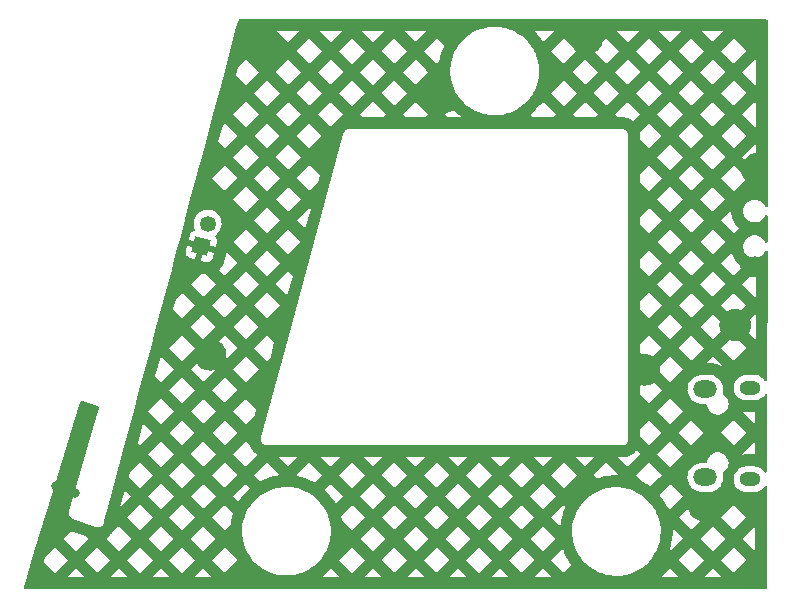
<source format=gbr>
%TF.GenerationSoftware,KiCad,Pcbnew,(6.0.1)*%
%TF.CreationDate,2022-06-05T00:17:45-05:00*%
%TF.ProjectId,Pivot_stand,5069766f-745f-4737-9461-6e642e6b6963,rev?*%
%TF.SameCoordinates,Original*%
%TF.FileFunction,Copper,L2,Bot*%
%TF.FilePolarity,Positive*%
%FSLAX46Y46*%
G04 Gerber Fmt 4.6, Leading zero omitted, Abs format (unit mm)*
G04 Created by KiCad (PCBNEW (6.0.1)) date 2022-06-05 00:17:45*
%MOMM*%
%LPD*%
G01*
G04 APERTURE LIST*
G04 Aperture macros list*
%AMHorizOval*
0 Thick line with rounded ends*
0 $1 width*
0 $2 $3 position (X,Y) of the first rounded end (center of the circle)*
0 $4 $5 position (X,Y) of the second rounded end (center of the circle)*
0 Add line between two ends*
20,1,$1,$2,$3,$4,$5,0*
0 Add two circle primitives to create the rounded ends*
1,1,$1,$2,$3*
1,1,$1,$4,$5*%
%AMRotRect*
0 Rectangle, with rotation*
0 The origin of the aperture is its center*
0 $1 length*
0 $2 width*
0 $3 Rotation angle, in degrees counterclockwise*
0 Add horizontal line*
21,1,$1,$2,0,0,$3*%
G04 Aperture macros list end*
%TA.AperFunction,ComponentPad*%
%ADD10O,1.800000X1.150000*%
%TD*%
%TA.AperFunction,ComponentPad*%
%ADD11O,2.000000X1.450000*%
%TD*%
%TA.AperFunction,ComponentPad*%
%ADD12RotRect,1.350000X1.350000X165.000000*%
%TD*%
%TA.AperFunction,ComponentPad*%
%ADD13HorizOval,1.350000X0.000000X0.000000X0.000000X0.000000X0*%
%TD*%
%TA.AperFunction,ViaPad*%
%ADD14C,0.800000*%
%TD*%
G04 APERTURE END LIST*
D10*
%TO.P,J1,6,Shield*%
%TO.N,unconnected-(J1-Pad6)*%
X173864200Y-131761000D03*
D11*
X170064200Y-139361000D03*
X170064200Y-131911000D03*
D10*
X173864200Y-139511000D03*
%TD*%
D12*
%TO.P,J2,1,Pin_1*%
%TO.N,GND*%
X127400000Y-119800000D03*
D13*
%TO.P,J2,2,Pin_2*%
%TO.N,+3V3*%
X127917638Y-117868148D03*
%TD*%
D14*
%TO.N,GND*%
X115900200Y-140360400D03*
X116713000Y-140665200D03*
X115087400Y-140081000D03*
X169926000Y-141732000D03*
X174421800Y-113258600D03*
X133197600Y-102920800D03*
X174294800Y-121056400D03*
X164896800Y-130251200D03*
X172593000Y-126466600D03*
X160020000Y-102260400D03*
X174752000Y-101498400D03*
X147929600Y-107188000D03*
X128168400Y-128981200D03*
%TD*%
%TA.AperFunction,Conductor*%
%TO.N,GND*%
G36*
X175302945Y-100604002D02*
G01*
X175349438Y-100657658D01*
X175360824Y-100710152D01*
X175341834Y-116225360D01*
X175341666Y-116362390D01*
X175321580Y-116430486D01*
X175267868Y-116476914D01*
X175197582Y-116486931D01*
X175133037Y-116457359D01*
X175097417Y-116405747D01*
X175094140Y-116396841D01*
X175094139Y-116396839D01*
X175091937Y-116390854D01*
X174989326Y-116225360D01*
X174855534Y-116083878D01*
X174696025Y-115972189D01*
X174648013Y-115951412D01*
X174523175Y-115897390D01*
X174523171Y-115897389D01*
X174517316Y-115894855D01*
X174511069Y-115893550D01*
X174511066Y-115893549D01*
X174331443Y-115856024D01*
X174331438Y-115856023D01*
X174326707Y-115855035D01*
X174320315Y-115854700D01*
X174177337Y-115854700D01*
X174108049Y-115861738D01*
X174038622Y-115868790D01*
X174038621Y-115868790D01*
X174032273Y-115869435D01*
X173975939Y-115887089D01*
X173852549Y-115925756D01*
X173852544Y-115925758D01*
X173846459Y-115927665D01*
X173770713Y-115969652D01*
X173681729Y-116018977D01*
X173681726Y-116018979D01*
X173676150Y-116022070D01*
X173671309Y-116026219D01*
X173671305Y-116026222D01*
X173608311Y-116080215D01*
X173528302Y-116148791D01*
X173408954Y-116302653D01*
X173406138Y-116308376D01*
X173406136Y-116308379D01*
X173358225Y-116405747D01*
X173322982Y-116477371D01*
X173273898Y-116665807D01*
X173272933Y-116684221D01*
X173266226Y-116812205D01*
X173263707Y-116860264D01*
X173292825Y-117052799D01*
X173295028Y-117058785D01*
X173295029Y-117058791D01*
X173357860Y-117229560D01*
X173357862Y-117229565D01*
X173360063Y-117235546D01*
X173462674Y-117401040D01*
X173467055Y-117405673D01*
X173467056Y-117405674D01*
X173479487Y-117418819D01*
X173596466Y-117542522D01*
X173755975Y-117654211D01*
X173788616Y-117668336D01*
X173928825Y-117729010D01*
X173928829Y-117729011D01*
X173934684Y-117731545D01*
X173940931Y-117732850D01*
X173940934Y-117732851D01*
X174120557Y-117770376D01*
X174120562Y-117770377D01*
X174125293Y-117771365D01*
X174131685Y-117771700D01*
X174274663Y-117771700D01*
X174346737Y-117764379D01*
X174413378Y-117757610D01*
X174413379Y-117757610D01*
X174419727Y-117756965D01*
X174500843Y-117731545D01*
X174599451Y-117700644D01*
X174599456Y-117700642D01*
X174605541Y-117698735D01*
X174700705Y-117645984D01*
X174770271Y-117607423D01*
X174770274Y-117607421D01*
X174775850Y-117604330D01*
X174780691Y-117600181D01*
X174780695Y-117600178D01*
X174918855Y-117481760D01*
X174923698Y-117477609D01*
X175043046Y-117323747D01*
X175045866Y-117318017D01*
X175045868Y-117318013D01*
X175101512Y-117204931D01*
X175149534Y-117152640D01*
X175218204Y-117134614D01*
X175285719Y-117156574D01*
X175330643Y-117211550D01*
X175340566Y-117260715D01*
X175338024Y-119338122D01*
X175338006Y-119352443D01*
X175317920Y-119420539D01*
X175264208Y-119466967D01*
X175193922Y-119476984D01*
X175129377Y-119447412D01*
X175098059Y-119402036D01*
X175096940Y-119402582D01*
X175094140Y-119396841D01*
X175091937Y-119390854D01*
X175002651Y-119246851D01*
X174992688Y-119230782D01*
X174992687Y-119230781D01*
X174989326Y-119225360D01*
X174855534Y-119083878D01*
X174696025Y-118972189D01*
X174648013Y-118951412D01*
X174523175Y-118897390D01*
X174523171Y-118897389D01*
X174517316Y-118894855D01*
X174511069Y-118893550D01*
X174511066Y-118893549D01*
X174331443Y-118856024D01*
X174331438Y-118856023D01*
X174326707Y-118855035D01*
X174320315Y-118854700D01*
X174177337Y-118854700D01*
X174108049Y-118861738D01*
X174038622Y-118868790D01*
X174038621Y-118868790D01*
X174032273Y-118869435D01*
X173975939Y-118887089D01*
X173852549Y-118925756D01*
X173852544Y-118925758D01*
X173846459Y-118927665D01*
X173770713Y-118969652D01*
X173681729Y-119018977D01*
X173681726Y-119018979D01*
X173676150Y-119022070D01*
X173671309Y-119026219D01*
X173671305Y-119026222D01*
X173608311Y-119080215D01*
X173528302Y-119148791D01*
X173408954Y-119302653D01*
X173406138Y-119308376D01*
X173406136Y-119308379D01*
X173360051Y-119402036D01*
X173322982Y-119477371D01*
X173273898Y-119665807D01*
X173273564Y-119672186D01*
X173264363Y-119847754D01*
X173263707Y-119860264D01*
X173292825Y-120052799D01*
X173295028Y-120058785D01*
X173295029Y-120058791D01*
X173357860Y-120229560D01*
X173357862Y-120229565D01*
X173360063Y-120235546D01*
X173363425Y-120240968D01*
X173450223Y-120380958D01*
X173462674Y-120401040D01*
X173467055Y-120405673D01*
X173467056Y-120405674D01*
X173580442Y-120525577D01*
X173596466Y-120542522D01*
X173601696Y-120546184D01*
X173601697Y-120546185D01*
X173678808Y-120600178D01*
X173755975Y-120654211D01*
X173788616Y-120668336D01*
X173928825Y-120729010D01*
X173928829Y-120729011D01*
X173934684Y-120731545D01*
X173940931Y-120732850D01*
X173940934Y-120732851D01*
X174120557Y-120770376D01*
X174120562Y-120770377D01*
X174125293Y-120771365D01*
X174131685Y-120771700D01*
X174274663Y-120771700D01*
X174346737Y-120764379D01*
X174413378Y-120757610D01*
X174413379Y-120757610D01*
X174419727Y-120756965D01*
X174500843Y-120731545D01*
X174599451Y-120700644D01*
X174599456Y-120700642D01*
X174605541Y-120698735D01*
X174709195Y-120641278D01*
X174770271Y-120607423D01*
X174770274Y-120607421D01*
X174775850Y-120604330D01*
X174780691Y-120600181D01*
X174780695Y-120600178D01*
X174918855Y-120481760D01*
X174923698Y-120477609D01*
X175043046Y-120323747D01*
X175061498Y-120286249D01*
X175097830Y-120212411D01*
X175145853Y-120160120D01*
X175214523Y-120142094D01*
X175282038Y-120164054D01*
X175326962Y-120219030D01*
X175336885Y-120268195D01*
X175335443Y-121445886D01*
X175323636Y-131092273D01*
X175303550Y-131160369D01*
X175249838Y-131206797D01*
X175179552Y-131216814D01*
X175115007Y-131187242D01*
X175094866Y-131165019D01*
X175069279Y-131128947D01*
X175013135Y-131049799D01*
X175008812Y-131045661D01*
X175008808Y-131045656D01*
X174868118Y-130910975D01*
X174863785Y-130906827D01*
X174858746Y-130903573D01*
X174858743Y-130903571D01*
X174695135Y-130797932D01*
X174695136Y-130797932D01*
X174690094Y-130794677D01*
X174684531Y-130792435D01*
X174684527Y-130792433D01*
X174503899Y-130719638D01*
X174503896Y-130719637D01*
X174498330Y-130717394D01*
X174378014Y-130693898D01*
X174299858Y-130678635D01*
X174299855Y-130678635D01*
X174295412Y-130677767D01*
X174289953Y-130677500D01*
X173487549Y-130677500D01*
X173333383Y-130692209D01*
X173134993Y-130750410D01*
X173129666Y-130753154D01*
X173129665Y-130753154D01*
X172956518Y-130842330D01*
X172956515Y-130842332D01*
X172951187Y-130845076D01*
X172788599Y-130972791D01*
X172653094Y-131128947D01*
X172549562Y-131307908D01*
X172481739Y-131503219D01*
X172480878Y-131509154D01*
X172480878Y-131509156D01*
X172460726Y-131648142D01*
X172452071Y-131707831D01*
X172461631Y-131914361D01*
X172463035Y-131920186D01*
X172463035Y-131920187D01*
X172496552Y-132059260D01*
X172510071Y-132115357D01*
X172512553Y-132120815D01*
X172512554Y-132120819D01*
X172539884Y-132180928D01*
X172595645Y-132303568D01*
X172715265Y-132472201D01*
X172719588Y-132476339D01*
X172719592Y-132476344D01*
X172826893Y-132579062D01*
X172864615Y-132615173D01*
X172869654Y-132618427D01*
X172869657Y-132618429D01*
X172960251Y-132676924D01*
X173038306Y-132727323D01*
X173043869Y-132729565D01*
X173043873Y-132729567D01*
X173224501Y-132802362D01*
X173224504Y-132802363D01*
X173230070Y-132804606D01*
X173330761Y-132824269D01*
X173428542Y-132843365D01*
X173428545Y-132843365D01*
X173432988Y-132844233D01*
X173438447Y-132844500D01*
X174240851Y-132844500D01*
X174395017Y-132829791D01*
X174593407Y-132771590D01*
X174618394Y-132758721D01*
X174771882Y-132679670D01*
X174771885Y-132679668D01*
X174777213Y-132676924D01*
X174939801Y-132549209D01*
X175075306Y-132393053D01*
X175078309Y-132387861D01*
X175078314Y-132387855D01*
X175086930Y-132372962D01*
X175138357Y-132324015D01*
X175208082Y-132310641D01*
X175273969Y-132337088D01*
X175315099Y-132394957D01*
X175321992Y-132436211D01*
X175314607Y-138469638D01*
X175314167Y-138828924D01*
X175294081Y-138897020D01*
X175240369Y-138943448D01*
X175170083Y-138953465D01*
X175105538Y-138923893D01*
X175085397Y-138901670D01*
X175066065Y-138874416D01*
X175013135Y-138799799D01*
X175008812Y-138795661D01*
X175008808Y-138795656D01*
X174868118Y-138660975D01*
X174863785Y-138656827D01*
X174858746Y-138653573D01*
X174858743Y-138653571D01*
X174695135Y-138547932D01*
X174695136Y-138547932D01*
X174690094Y-138544677D01*
X174684531Y-138542435D01*
X174684527Y-138542433D01*
X174503899Y-138469638D01*
X174503896Y-138469637D01*
X174498330Y-138467394D01*
X174378014Y-138443898D01*
X174299858Y-138428635D01*
X174299855Y-138428635D01*
X174295412Y-138427767D01*
X174289953Y-138427500D01*
X173487549Y-138427500D01*
X173333383Y-138442209D01*
X173134993Y-138500410D01*
X173129666Y-138503154D01*
X173129665Y-138503154D01*
X172956518Y-138592330D01*
X172956515Y-138592332D01*
X172951187Y-138595076D01*
X172788599Y-138722791D01*
X172653094Y-138878947D01*
X172549562Y-139057908D01*
X172531794Y-139109076D01*
X172484056Y-139246548D01*
X172481739Y-139253219D01*
X172480878Y-139259154D01*
X172480878Y-139259156D01*
X172458246Y-139415247D01*
X172452071Y-139457831D01*
X172461631Y-139664361D01*
X172463035Y-139670186D01*
X172463035Y-139670187D01*
X172484961Y-139761164D01*
X172510071Y-139865357D01*
X172512553Y-139870815D01*
X172512554Y-139870819D01*
X172552032Y-139957645D01*
X172595645Y-140053568D01*
X172685789Y-140180647D01*
X172693465Y-140191468D01*
X172715265Y-140222201D01*
X172719588Y-140226339D01*
X172719592Y-140226344D01*
X172835870Y-140337656D01*
X172864615Y-140365173D01*
X172869654Y-140368427D01*
X172869657Y-140368429D01*
X172964131Y-140429429D01*
X173038306Y-140477323D01*
X173043869Y-140479565D01*
X173043873Y-140479567D01*
X173224501Y-140552362D01*
X173224504Y-140552363D01*
X173230070Y-140554606D01*
X173330761Y-140574269D01*
X173428542Y-140593365D01*
X173428545Y-140593365D01*
X173432988Y-140594233D01*
X173438447Y-140594500D01*
X174240851Y-140594500D01*
X174395017Y-140579791D01*
X174593407Y-140521590D01*
X174634513Y-140500419D01*
X174771882Y-140429670D01*
X174771885Y-140429668D01*
X174777213Y-140426924D01*
X174939801Y-140299209D01*
X174968893Y-140265684D01*
X175055115Y-140166321D01*
X175075306Y-140143053D01*
X175078312Y-140137858D01*
X175081790Y-140132981D01*
X175083144Y-140133947D01*
X175128856Y-140090443D01*
X175198582Y-140077073D01*
X175264468Y-140103522D01*
X175305595Y-140161393D01*
X175312486Y-140202642D01*
X175311365Y-141118433D01*
X175310849Y-141539545D01*
X175310840Y-141539765D01*
X175310800Y-141540023D01*
X175310800Y-141579507D01*
X175310756Y-141615455D01*
X175310792Y-141615711D01*
X175310800Y-141615930D01*
X175310800Y-148667200D01*
X175290798Y-148735321D01*
X175237142Y-148781814D01*
X175184800Y-148793200D01*
X112465214Y-148793200D01*
X112397093Y-148773198D01*
X112350600Y-148719542D01*
X112340496Y-148649268D01*
X112344753Y-148630252D01*
X112605788Y-147779200D01*
X116074174Y-147779200D01*
X117505598Y-147779200D01*
X119666277Y-147779200D01*
X121097700Y-147779200D01*
X123258379Y-147779200D01*
X124689803Y-147779200D01*
X126850482Y-147779200D01*
X128281905Y-147779200D01*
X137626789Y-147779200D01*
X139058213Y-147779200D01*
X141218891Y-147779200D01*
X142650315Y-147779200D01*
X144810994Y-147779200D01*
X146242418Y-147779200D01*
X148403096Y-147779200D01*
X149834520Y-147779200D01*
X151995199Y-147779200D01*
X153426623Y-147779200D01*
X155587301Y-147779200D01*
X157018725Y-147779200D01*
X166363609Y-147779200D01*
X167795032Y-147779200D01*
X169955711Y-147779200D01*
X171387135Y-147779200D01*
X170671423Y-147063488D01*
X169955711Y-147779200D01*
X167795032Y-147779200D01*
X167079320Y-147063488D01*
X166363609Y-147779200D01*
X157018725Y-147779200D01*
X156303013Y-147063488D01*
X155587301Y-147779200D01*
X153426623Y-147779200D01*
X152710911Y-147063488D01*
X151995199Y-147779200D01*
X149834520Y-147779200D01*
X149118808Y-147063488D01*
X148403096Y-147779200D01*
X146242418Y-147779200D01*
X145526706Y-147063488D01*
X144810994Y-147779200D01*
X142650315Y-147779200D01*
X141934603Y-147063488D01*
X141218891Y-147779200D01*
X139058213Y-147779200D01*
X138342501Y-147063488D01*
X137626789Y-147779200D01*
X128281905Y-147779200D01*
X127566194Y-147063488D01*
X126850482Y-147779200D01*
X124689803Y-147779200D01*
X123974091Y-147063488D01*
X123258379Y-147779200D01*
X121097700Y-147779200D01*
X120381989Y-147063488D01*
X119666277Y-147779200D01*
X117505598Y-147779200D01*
X116789886Y-147063488D01*
X116074174Y-147779200D01*
X112605788Y-147779200D01*
X113000383Y-146492703D01*
X114061009Y-146492703D01*
X114993835Y-147425529D01*
X116072881Y-146346483D01*
X117506892Y-146346483D01*
X118585937Y-147425529D01*
X119664983Y-146346483D01*
X121098994Y-146346483D01*
X122178040Y-147425529D01*
X123257086Y-146346483D01*
X124691096Y-146346483D01*
X125770142Y-147425529D01*
X126849188Y-146346483D01*
X128283199Y-146346483D01*
X129362245Y-147425529D01*
X130441291Y-146346483D01*
X129362245Y-145267437D01*
X128283199Y-146346483D01*
X126849188Y-146346483D01*
X125770142Y-145267437D01*
X124691096Y-146346483D01*
X123257086Y-146346483D01*
X122178040Y-145267437D01*
X121098994Y-146346483D01*
X119664983Y-146346483D01*
X118585937Y-145267437D01*
X117506892Y-146346483D01*
X116072881Y-146346483D01*
X114993835Y-145267437D01*
X114190390Y-146070882D01*
X114061009Y-146492703D01*
X113000383Y-146492703D01*
X113596118Y-144550432D01*
X115710840Y-144550432D01*
X116789886Y-145629478D01*
X117868932Y-144550432D01*
X119302943Y-144550432D01*
X120381989Y-145629478D01*
X121461034Y-144550432D01*
X122895045Y-144550432D01*
X123974091Y-145629478D01*
X125053137Y-144550432D01*
X126487148Y-144550432D01*
X127566194Y-145629478D01*
X128645239Y-144550432D01*
X127566194Y-143471386D01*
X126487148Y-144550432D01*
X125053137Y-144550432D01*
X123974091Y-143471386D01*
X122895045Y-144550432D01*
X121461034Y-144550432D01*
X120381989Y-143471386D01*
X119866739Y-143986636D01*
X119859552Y-143996508D01*
X119854026Y-144003558D01*
X119842721Y-144016968D01*
X119832430Y-144031147D01*
X119826913Y-144038206D01*
X119757235Y-144121103D01*
X119751230Y-144127752D01*
X119726360Y-144153395D01*
X119719894Y-144159604D01*
X119698616Y-144178628D01*
X119678708Y-144199098D01*
X119672233Y-144205298D01*
X119645569Y-144229071D01*
X119638674Y-144234792D01*
X119552926Y-144300933D01*
X119551221Y-144302154D01*
X119302943Y-144550432D01*
X117868932Y-144550432D01*
X117667280Y-144348780D01*
X116368061Y-143893211D01*
X115710840Y-144550432D01*
X113596118Y-144550432D01*
X114901501Y-140294498D01*
X117146718Y-132974431D01*
X117152039Y-132960205D01*
X117159173Y-132944159D01*
X117205126Y-132890040D01*
X117273043Y-132869356D01*
X117301645Y-132872352D01*
X117311164Y-132874468D01*
X117322388Y-132877513D01*
X118635618Y-133299860D01*
X118648213Y-133304669D01*
X118663891Y-133311639D01*
X118668241Y-133313573D01*
X118722360Y-133359526D01*
X118743044Y-133427443D01*
X118740048Y-133456045D01*
X118735835Y-133474999D01*
X118733886Y-133482634D01*
X117818687Y-136649221D01*
X116205217Y-142231824D01*
X116202818Y-142239254D01*
X116184720Y-142289875D01*
X116182506Y-142327455D01*
X116181937Y-142337108D01*
X116180939Y-142347154D01*
X116174379Y-142394011D01*
X116175679Y-142402888D01*
X116175688Y-142405918D01*
X116176435Y-142423171D01*
X116176687Y-142426183D01*
X116176159Y-142435139D01*
X116178165Y-142443880D01*
X116178166Y-142443889D01*
X116186742Y-142481250D01*
X116188606Y-142491180D01*
X116195459Y-142537990D01*
X116199200Y-142546149D01*
X116200064Y-142549071D01*
X116205601Y-142565354D01*
X116206702Y-142568210D01*
X116208711Y-142576965D01*
X116231811Y-142618251D01*
X116236382Y-142627251D01*
X116252360Y-142662103D01*
X116252362Y-142662106D01*
X116256103Y-142670266D01*
X116261986Y-142677050D01*
X116263637Y-142679614D01*
X116273523Y-142693690D01*
X116275375Y-142696114D01*
X116279761Y-142703954D01*
X116313527Y-142737105D01*
X116320431Y-142744449D01*
X116351434Y-142780203D01*
X116358984Y-142785063D01*
X116361300Y-142787071D01*
X116374740Y-142797808D01*
X116377192Y-142799611D01*
X116383597Y-142805899D01*
X116425307Y-142828239D01*
X116434009Y-142833359D01*
X116473790Y-142858967D01*
X116482397Y-142861512D01*
X116482400Y-142861513D01*
X116529211Y-142875352D01*
X116535181Y-142877280D01*
X118410618Y-143534900D01*
X118422978Y-143540789D01*
X118423040Y-143540645D01*
X118431277Y-143544224D01*
X118438918Y-143548930D01*
X118447571Y-143551302D01*
X118447573Y-143551303D01*
X118488343Y-143562479D01*
X118496721Y-143565093D01*
X118509727Y-143569653D01*
X118514131Y-143570523D01*
X118522379Y-143572153D01*
X118531265Y-143574246D01*
X118555348Y-143580847D01*
X118579254Y-143587400D01*
X118588230Y-143587248D01*
X118597136Y-143588370D01*
X118597128Y-143588431D01*
X118598560Y-143588559D01*
X118598563Y-143588497D01*
X118607526Y-143588970D01*
X118616333Y-143590710D01*
X118625274Y-143589908D01*
X118625276Y-143589908D01*
X118665894Y-143586264D01*
X118675016Y-143585778D01*
X118707272Y-143585231D01*
X118724749Y-143584935D01*
X118733325Y-143582269D01*
X118742181Y-143580847D01*
X118742191Y-143580909D01*
X118743600Y-143580630D01*
X118743586Y-143580571D01*
X118752324Y-143578509D01*
X118761265Y-143577707D01*
X118797110Y-143563640D01*
X118807578Y-143559532D01*
X118816203Y-143556503D01*
X118855131Y-143544401D01*
X118855132Y-143544401D01*
X118863703Y-143541736D01*
X118871183Y-143536772D01*
X118879291Y-143532918D01*
X118879318Y-143532975D01*
X118880587Y-143532314D01*
X118880556Y-143532260D01*
X118888364Y-143527829D01*
X118896722Y-143524549D01*
X118936077Y-143494103D01*
X118943485Y-143488789D01*
X118984946Y-143461273D01*
X118990732Y-143454410D01*
X118997432Y-143448436D01*
X118997473Y-143448482D01*
X118998512Y-143447486D01*
X118998467Y-143447443D01*
X119004714Y-143441002D01*
X119011815Y-143435508D01*
X119041039Y-143395246D01*
X119046664Y-143388059D01*
X119078735Y-143350014D01*
X119082362Y-143341802D01*
X119087117Y-143334187D01*
X119087169Y-143334219D01*
X119087884Y-143332975D01*
X119087830Y-143332947D01*
X119092020Y-143325007D01*
X119097292Y-143317744D01*
X119114040Y-143270900D01*
X119117426Y-143262415D01*
X119121941Y-143252192D01*
X119121942Y-143252189D01*
X119123907Y-143247740D01*
X119127297Y-143235070D01*
X119130362Y-143225249D01*
X119146280Y-143180725D01*
X119146808Y-143171762D01*
X119147033Y-143170660D01*
X119150846Y-143147063D01*
X119255917Y-142754381D01*
X121098994Y-142754381D01*
X122178040Y-143833426D01*
X123257086Y-142754381D01*
X124691096Y-142754381D01*
X125770142Y-143833426D01*
X126849188Y-142754381D01*
X128283199Y-142754381D01*
X129362245Y-143833426D01*
X129377578Y-143818093D01*
X130840408Y-143818093D01*
X130850189Y-144204517D01*
X130850604Y-144207732D01*
X130850604Y-144207736D01*
X130896362Y-144562473D01*
X130899640Y-144587888D01*
X130900380Y-144591031D01*
X130900381Y-144591036D01*
X130904866Y-144610082D01*
X130988237Y-144964145D01*
X131115041Y-145329302D01*
X131116414Y-145332239D01*
X131277332Y-145676546D01*
X131277337Y-145676555D01*
X131278709Y-145679491D01*
X131477506Y-146011000D01*
X131709327Y-146320319D01*
X131971716Y-146604169D01*
X132261893Y-146859544D01*
X132264535Y-146861425D01*
X132264540Y-146861429D01*
X132424870Y-146975580D01*
X132576783Y-147083739D01*
X132579599Y-147085336D01*
X132579603Y-147085338D01*
X132744917Y-147179058D01*
X132913050Y-147274377D01*
X132916014Y-147275675D01*
X132916018Y-147275677D01*
X132967399Y-147298178D01*
X133267133Y-147429440D01*
X133635279Y-147547285D01*
X133824434Y-147586974D01*
X134010408Y-147625996D01*
X134010412Y-147625997D01*
X134013588Y-147626663D01*
X134398053Y-147666732D01*
X134400479Y-147666796D01*
X134400486Y-147666796D01*
X134402077Y-147666837D01*
X134404468Y-147666900D01*
X134691220Y-147666900D01*
X134692829Y-147666817D01*
X134692832Y-147666817D01*
X134750410Y-147663850D01*
X134980635Y-147651986D01*
X135225274Y-147613895D01*
X135359371Y-147593016D01*
X135359375Y-147593015D01*
X135362581Y-147592516D01*
X135736390Y-147494100D01*
X135837942Y-147455828D01*
X136095065Y-147358926D01*
X136095072Y-147358923D01*
X136098102Y-147357781D01*
X136443886Y-147185003D01*
X136770078Y-146977595D01*
X137073222Y-146737757D01*
X137350107Y-146468028D01*
X137451554Y-146346483D01*
X139059506Y-146346483D01*
X140138552Y-147425529D01*
X141217598Y-146346483D01*
X142651609Y-146346483D01*
X143730655Y-147425529D01*
X144809700Y-146346483D01*
X146243711Y-146346483D01*
X147322757Y-147425529D01*
X148401803Y-146346483D01*
X149835814Y-146346483D01*
X150914859Y-147425529D01*
X151993905Y-146346483D01*
X153427916Y-146346483D01*
X154506962Y-147425529D01*
X155586008Y-146346483D01*
X157020018Y-146346483D01*
X158099064Y-147425529D01*
X158723466Y-146801127D01*
X158606095Y-146644518D01*
X158604183Y-146641898D01*
X158581479Y-146609921D01*
X158579636Y-146607253D01*
X158572402Y-146596488D01*
X158570628Y-146593774D01*
X158549587Y-146560652D01*
X158547882Y-146557889D01*
X158349085Y-146226380D01*
X158347453Y-146223577D01*
X158328149Y-146189422D01*
X158326589Y-146186578D01*
X158320501Y-146175128D01*
X158319015Y-146172244D01*
X158301498Y-146137148D01*
X158300088Y-146134229D01*
X158136420Y-145784040D01*
X158135086Y-145781086D01*
X158119404Y-145745151D01*
X158118145Y-145742163D01*
X158113265Y-145730146D01*
X158112082Y-145727121D01*
X158098256Y-145690386D01*
X158097152Y-145687336D01*
X157989415Y-145377086D01*
X157020018Y-146346483D01*
X155586008Y-146346483D01*
X154506962Y-145267437D01*
X153427916Y-146346483D01*
X151993905Y-146346483D01*
X150914859Y-145267437D01*
X149835814Y-146346483D01*
X148401803Y-146346483D01*
X147322757Y-145267437D01*
X146243711Y-146346483D01*
X144809700Y-146346483D01*
X143730655Y-145267437D01*
X142651609Y-146346483D01*
X141217598Y-146346483D01*
X140138552Y-145267437D01*
X139059506Y-146346483D01*
X137451554Y-146346483D01*
X137597799Y-146171266D01*
X137599604Y-146168585D01*
X137599610Y-146168577D01*
X137811864Y-145853304D01*
X137811867Y-145853299D01*
X137813674Y-145850615D01*
X137995445Y-145509472D01*
X137997620Y-145504131D01*
X138139962Y-145154459D01*
X138139962Y-145154458D01*
X138141186Y-145151452D01*
X138175799Y-145032702D01*
X138248446Y-144783459D01*
X138248446Y-144783458D01*
X138249353Y-144780347D01*
X138291343Y-144550432D01*
X140855557Y-144550432D01*
X141934603Y-145629478D01*
X143013649Y-144550432D01*
X144447660Y-144550432D01*
X145526706Y-145629478D01*
X146605752Y-144550432D01*
X148039762Y-144550432D01*
X149118808Y-145629478D01*
X150197854Y-144550432D01*
X151631865Y-144550432D01*
X152710911Y-145629478D01*
X153789957Y-144550432D01*
X155223967Y-144550432D01*
X156303013Y-145629478D01*
X157382059Y-144550432D01*
X156675120Y-143843493D01*
X158780408Y-143843493D01*
X158790189Y-144229917D01*
X158790604Y-144233132D01*
X158790604Y-144233136D01*
X158838915Y-144607664D01*
X158839640Y-144613288D01*
X158840380Y-144616431D01*
X158840381Y-144616436D01*
X158878977Y-144780347D01*
X158928237Y-144989545D01*
X159055041Y-145354702D01*
X159056414Y-145357639D01*
X159217332Y-145701946D01*
X159217337Y-145701955D01*
X159218709Y-145704891D01*
X159220381Y-145707679D01*
X159400604Y-146008214D01*
X159417506Y-146036400D01*
X159649327Y-146345719D01*
X159911716Y-146629569D01*
X159914150Y-146631711D01*
X160173032Y-146859544D01*
X160201893Y-146884944D01*
X160204535Y-146886825D01*
X160204540Y-146886829D01*
X160334474Y-146979339D01*
X160516783Y-147109139D01*
X160853050Y-147299777D01*
X160856014Y-147301075D01*
X160856018Y-147301077D01*
X160959232Y-147346277D01*
X161207133Y-147454840D01*
X161575279Y-147572685D01*
X161669792Y-147592516D01*
X161950408Y-147651396D01*
X161950412Y-147651397D01*
X161953588Y-147652063D01*
X162338053Y-147692132D01*
X162340479Y-147692196D01*
X162340486Y-147692196D01*
X162342077Y-147692237D01*
X162344468Y-147692300D01*
X162631220Y-147692300D01*
X162632829Y-147692217D01*
X162632832Y-147692217D01*
X162690410Y-147689250D01*
X162920635Y-147677386D01*
X163165274Y-147639295D01*
X163299371Y-147618416D01*
X163299375Y-147618415D01*
X163302581Y-147617916D01*
X163676390Y-147519500D01*
X163845339Y-147455828D01*
X164035065Y-147384326D01*
X164035072Y-147384323D01*
X164038102Y-147383181D01*
X164383886Y-147210403D01*
X164710078Y-147002995D01*
X165013222Y-146763157D01*
X165290107Y-146493428D01*
X165412754Y-146346483D01*
X167796326Y-146346483D01*
X168875372Y-147425529D01*
X169954418Y-146346483D01*
X171388428Y-146346483D01*
X172467474Y-147425529D01*
X173546520Y-146346483D01*
X172467474Y-145267437D01*
X171388428Y-146346483D01*
X169954418Y-146346483D01*
X168875372Y-145267437D01*
X167796326Y-146346483D01*
X165412754Y-146346483D01*
X165537799Y-146196666D01*
X165539604Y-146193985D01*
X165539610Y-146193977D01*
X165751864Y-145878704D01*
X165751867Y-145878699D01*
X165753674Y-145876015D01*
X165918205Y-145567228D01*
X167017070Y-145567228D01*
X167079320Y-145629478D01*
X168158366Y-144550432D01*
X169592377Y-144550432D01*
X170671423Y-145629478D01*
X171750469Y-144550432D01*
X173184480Y-144550432D01*
X174263525Y-145629478D01*
X174296800Y-145596203D01*
X174296800Y-143504661D01*
X174263525Y-143471386D01*
X173184480Y-144550432D01*
X171750469Y-144550432D01*
X170671423Y-143471386D01*
X169592377Y-144550432D01*
X168158366Y-144550432D01*
X167294160Y-143686226D01*
X167302468Y-144014450D01*
X167302508Y-144017696D01*
X167302490Y-144056955D01*
X167302447Y-144060200D01*
X167302107Y-144073164D01*
X167301980Y-144076402D01*
X167299945Y-144115547D01*
X167299735Y-144118782D01*
X167269743Y-144504164D01*
X167269450Y-144507393D01*
X167265403Y-144546392D01*
X167265027Y-144549612D01*
X167263357Y-144562473D01*
X167262898Y-144565686D01*
X167256843Y-144604465D01*
X167256301Y-144607664D01*
X167186854Y-144987922D01*
X167186229Y-144991108D01*
X167178183Y-145029534D01*
X167177477Y-145032702D01*
X167174493Y-145045323D01*
X167173707Y-145048467D01*
X167163710Y-145086369D01*
X167162843Y-145089492D01*
X167054676Y-145460597D01*
X167053730Y-145463696D01*
X167041791Y-145501053D01*
X167040763Y-145504131D01*
X167036498Y-145516379D01*
X167035391Y-145519432D01*
X167021536Y-145556145D01*
X167020352Y-145559164D01*
X167017070Y-145567228D01*
X165918205Y-145567228D01*
X165935445Y-145534872D01*
X165941731Y-145519432D01*
X166079962Y-145179859D01*
X166079962Y-145179858D01*
X166081186Y-145176852D01*
X166088590Y-145151452D01*
X166188446Y-144808859D01*
X166188446Y-144808858D01*
X166189353Y-144805747D01*
X166258800Y-144425489D01*
X166264770Y-144348780D01*
X166288540Y-144043348D01*
X166288540Y-144043344D01*
X166288792Y-144040107D01*
X166287689Y-143996508D01*
X166279093Y-143656928D01*
X166279011Y-143653683D01*
X166275735Y-143628283D01*
X166229974Y-143273518D01*
X166229972Y-143273509D01*
X166229560Y-143270312D01*
X166227701Y-143262415D01*
X166141708Y-142897218D01*
X166141707Y-142897214D01*
X166140963Y-142894055D01*
X166092460Y-142754381D01*
X167796326Y-142754381D01*
X168875372Y-143833426D01*
X169659000Y-143049799D01*
X169475903Y-143000738D01*
X169455266Y-142993226D01*
X169262428Y-142903305D01*
X169243406Y-142892323D01*
X169069114Y-142770281D01*
X169052290Y-142756163D01*
X169050508Y-142754381D01*
X171388428Y-142754381D01*
X172467474Y-143833426D01*
X173546520Y-142754381D01*
X172467474Y-141675335D01*
X171388428Y-142754381D01*
X169050508Y-142754381D01*
X168901837Y-142605710D01*
X168887719Y-142588886D01*
X168765677Y-142414593D01*
X168754695Y-142395572D01*
X168664774Y-142202735D01*
X168657262Y-142182097D01*
X168602192Y-141976575D01*
X168598378Y-141954944D01*
X168598168Y-141952539D01*
X167796326Y-142754381D01*
X166092460Y-142754381D01*
X166014159Y-142528898D01*
X165924522Y-142337108D01*
X165851868Y-142181654D01*
X165851863Y-142181645D01*
X165850491Y-142178709D01*
X165668237Y-141874787D01*
X165653365Y-141849986D01*
X165653362Y-141849982D01*
X165651694Y-141847200D01*
X165419873Y-141537881D01*
X165157484Y-141254031D01*
X164867307Y-140998656D01*
X164864665Y-140996775D01*
X164864660Y-140996771D01*
X164617450Y-140820763D01*
X166137841Y-140820763D01*
X166164475Y-140849576D01*
X166166648Y-140851987D01*
X166192547Y-140881494D01*
X166194657Y-140883962D01*
X166202958Y-140893926D01*
X166205001Y-140896443D01*
X166229308Y-140927195D01*
X166231284Y-140929763D01*
X166463105Y-141239082D01*
X166465017Y-141241702D01*
X166487721Y-141273679D01*
X166489564Y-141276347D01*
X166496798Y-141287112D01*
X166498572Y-141289826D01*
X166519613Y-141322948D01*
X166521318Y-141325711D01*
X166720115Y-141657220D01*
X166721747Y-141660023D01*
X166741051Y-141694178D01*
X166742611Y-141697022D01*
X166746748Y-141704803D01*
X167079320Y-142037375D01*
X168158366Y-140958329D01*
X167079320Y-139879283D01*
X166137841Y-140820763D01*
X164617450Y-140820763D01*
X164555063Y-140776345D01*
X164552417Y-140774461D01*
X164504794Y-140747462D01*
X164316541Y-140640737D01*
X164216150Y-140583823D01*
X164213186Y-140582525D01*
X164213182Y-140582523D01*
X164067776Y-140518846D01*
X163862067Y-140428760D01*
X163856332Y-140426924D01*
X163650464Y-140361025D01*
X163493921Y-140310915D01*
X163247380Y-140259185D01*
X163118792Y-140232204D01*
X163118788Y-140232203D01*
X163115612Y-140231537D01*
X162731147Y-140191468D01*
X162728721Y-140191404D01*
X162728714Y-140191404D01*
X162727123Y-140191363D01*
X162724732Y-140191300D01*
X162437980Y-140191300D01*
X162436371Y-140191383D01*
X162436368Y-140191383D01*
X162378790Y-140194350D01*
X162148565Y-140206214D01*
X161924439Y-140241111D01*
X161769829Y-140265184D01*
X161769825Y-140265185D01*
X161766619Y-140265684D01*
X161392810Y-140364100D01*
X161389786Y-140365240D01*
X161389785Y-140365240D01*
X161034135Y-140499274D01*
X161034128Y-140499277D01*
X161031098Y-140500419D01*
X160685314Y-140673197D01*
X160359122Y-140880605D01*
X160356576Y-140882619D01*
X160356575Y-140882620D01*
X160332339Y-140901795D01*
X160055978Y-141120443D01*
X159779093Y-141390172D01*
X159531401Y-141686934D01*
X159529596Y-141689615D01*
X159529590Y-141689623D01*
X159332626Y-141982185D01*
X159315526Y-142007585D01*
X159133755Y-142348728D01*
X159132532Y-142351733D01*
X159132528Y-142351741D01*
X158989238Y-142703741D01*
X158988014Y-142706748D01*
X158987106Y-142709863D01*
X158987105Y-142709866D01*
X158934313Y-142890988D01*
X158879847Y-143077853D01*
X158810400Y-143458111D01*
X158810148Y-143461346D01*
X158810148Y-143461348D01*
X158797157Y-143628283D01*
X158780408Y-143843493D01*
X156675120Y-143843493D01*
X156303013Y-143471386D01*
X155223967Y-144550432D01*
X153789957Y-144550432D01*
X152710911Y-143471386D01*
X151631865Y-144550432D01*
X150197854Y-144550432D01*
X149118808Y-143471386D01*
X148039762Y-144550432D01*
X146605752Y-144550432D01*
X145526706Y-143471386D01*
X144447660Y-144550432D01*
X143013649Y-144550432D01*
X141934603Y-143471386D01*
X140855557Y-144550432D01*
X138291343Y-144550432D01*
X138318800Y-144400089D01*
X138331793Y-144233136D01*
X138348540Y-144017948D01*
X138348540Y-144017944D01*
X138348792Y-144014707D01*
X138348082Y-143986636D01*
X138339093Y-143631528D01*
X138339011Y-143628283D01*
X138338596Y-143625064D01*
X138289974Y-143248118D01*
X138289972Y-143248109D01*
X138289560Y-143244912D01*
X138286073Y-143230101D01*
X138201708Y-142871818D01*
X138201707Y-142871814D01*
X138200963Y-142868655D01*
X138117405Y-142628032D01*
X139185855Y-142628032D01*
X139187186Y-142633098D01*
X139187970Y-142636246D01*
X139263920Y-142958795D01*
X140138552Y-143833426D01*
X141217598Y-142754381D01*
X142651609Y-142754381D01*
X143730655Y-143833426D01*
X144809700Y-142754381D01*
X146243711Y-142754381D01*
X147322757Y-143833426D01*
X148401803Y-142754381D01*
X149835814Y-142754381D01*
X150914859Y-143833426D01*
X151993905Y-142754381D01*
X153427916Y-142754381D01*
X154506962Y-143833426D01*
X155586008Y-142754381D01*
X157020018Y-142754381D01*
X157788310Y-143522672D01*
X157799457Y-143379436D01*
X157799750Y-143376207D01*
X157803797Y-143337208D01*
X157804173Y-143333988D01*
X157805843Y-143321127D01*
X157806302Y-143317914D01*
X157812357Y-143279135D01*
X157812899Y-143275936D01*
X157882346Y-142895678D01*
X157882971Y-142892492D01*
X157891017Y-142854066D01*
X157891723Y-142850898D01*
X157894707Y-142838277D01*
X157895493Y-142835133D01*
X157905490Y-142797231D01*
X157906357Y-142794108D01*
X158014524Y-142423003D01*
X158015470Y-142419904D01*
X158027409Y-142382547D01*
X158028437Y-142379469D01*
X158032702Y-142367221D01*
X158033809Y-142364168D01*
X158047664Y-142327455D01*
X158048848Y-142324437D01*
X158194589Y-141966417D01*
X158195849Y-141963431D01*
X158211563Y-141927504D01*
X158212901Y-141924549D01*
X158218402Y-141912805D01*
X158219816Y-141909885D01*
X158237372Y-141874787D01*
X158238861Y-141871904D01*
X158258596Y-141834867D01*
X158099064Y-141675335D01*
X157020018Y-142754381D01*
X155586008Y-142754381D01*
X154506962Y-141675335D01*
X153427916Y-142754381D01*
X151993905Y-142754381D01*
X150914859Y-141675335D01*
X149835814Y-142754381D01*
X148401803Y-142754381D01*
X147322757Y-141675335D01*
X146243711Y-142754381D01*
X144809700Y-142754381D01*
X143730655Y-141675335D01*
X142651609Y-142754381D01*
X141217598Y-142754381D01*
X140138552Y-141675335D01*
X139185855Y-142628032D01*
X138117405Y-142628032D01*
X138074159Y-142503498D01*
X138001824Y-142348728D01*
X137911868Y-142156254D01*
X137911863Y-142156245D01*
X137910491Y-142153309D01*
X137806260Y-141979496D01*
X137713365Y-141824586D01*
X137713362Y-141824582D01*
X137711694Y-141821800D01*
X137479873Y-141512481D01*
X137217484Y-141228631D01*
X137062890Y-141092578D01*
X136929741Y-140975398D01*
X136929740Y-140975397D01*
X136927307Y-140973256D01*
X136924665Y-140971375D01*
X136924660Y-140971371D01*
X136615063Y-140750945D01*
X136612417Y-140749061D01*
X136552376Y-140715022D01*
X136339315Y-140594233D01*
X136276150Y-140558423D01*
X136273186Y-140557125D01*
X136273182Y-140557123D01*
X136143699Y-140500419D01*
X135926168Y-140405156D01*
X137816628Y-140405156D01*
X137887390Y-140467432D01*
X137889796Y-140469606D01*
X137918571Y-140496275D01*
X137920923Y-140498511D01*
X137930205Y-140507569D01*
X137932497Y-140509865D01*
X137959855Y-140537974D01*
X137962087Y-140540326D01*
X138224476Y-140824176D01*
X138226648Y-140826587D01*
X138252547Y-140856094D01*
X138254657Y-140858562D01*
X138262958Y-140868526D01*
X138265001Y-140871043D01*
X138289308Y-140901795D01*
X138291284Y-140904363D01*
X138523105Y-141213682D01*
X138525017Y-141216302D01*
X138547721Y-141248279D01*
X138549564Y-141250947D01*
X138556798Y-141261712D01*
X138558572Y-141264426D01*
X138579613Y-141297548D01*
X138581318Y-141300311D01*
X138768097Y-141611779D01*
X139421547Y-140958329D01*
X140855557Y-140958329D01*
X141934603Y-142037375D01*
X143013649Y-140958329D01*
X144447660Y-140958329D01*
X145526706Y-142037375D01*
X146605752Y-140958329D01*
X148039762Y-140958329D01*
X149118808Y-142037375D01*
X150197854Y-140958329D01*
X151631865Y-140958329D01*
X152710911Y-142037375D01*
X153789957Y-140958329D01*
X155223967Y-140958329D01*
X156303013Y-142037375D01*
X157382059Y-140958329D01*
X156303013Y-139879283D01*
X155223967Y-140958329D01*
X153789957Y-140958329D01*
X152710911Y-139879283D01*
X151631865Y-140958329D01*
X150197854Y-140958329D01*
X149118808Y-139879283D01*
X148039762Y-140958329D01*
X146605752Y-140958329D01*
X145526706Y-139879283D01*
X144447660Y-140958329D01*
X143013649Y-140958329D01*
X141934603Y-139879283D01*
X140855557Y-140958329D01*
X139421547Y-140958329D01*
X138342501Y-139879283D01*
X137816628Y-140405156D01*
X135926168Y-140405156D01*
X135922067Y-140403360D01*
X135553921Y-140285515D01*
X135335971Y-140239784D01*
X135178792Y-140206804D01*
X135178788Y-140206803D01*
X135175612Y-140206137D01*
X134791147Y-140166068D01*
X134788721Y-140166004D01*
X134788714Y-140166004D01*
X134787123Y-140165963D01*
X134784732Y-140165900D01*
X134497980Y-140165900D01*
X134496371Y-140165983D01*
X134496368Y-140165983D01*
X134438790Y-140168950D01*
X134208565Y-140180814D01*
X133974137Y-140217315D01*
X133829829Y-140239784D01*
X133829825Y-140239785D01*
X133826619Y-140240284D01*
X133452810Y-140338700D01*
X133449786Y-140339840D01*
X133449785Y-140339840D01*
X133094135Y-140473874D01*
X133094128Y-140473877D01*
X133091098Y-140475019D01*
X132745314Y-140647797D01*
X132419122Y-140855205D01*
X132416576Y-140857219D01*
X132416575Y-140857220D01*
X132389222Y-140878861D01*
X132115978Y-141095043D01*
X131839093Y-141364772D01*
X131591401Y-141661534D01*
X131589596Y-141664215D01*
X131589590Y-141664223D01*
X131379303Y-141976575D01*
X131375526Y-141982185D01*
X131193755Y-142323328D01*
X131192532Y-142326333D01*
X131192528Y-142326341D01*
X131067655Y-142633098D01*
X131048014Y-142681348D01*
X131047106Y-142684463D01*
X131047105Y-142684466D01*
X130940754Y-143049341D01*
X130939847Y-143052453D01*
X130870400Y-143432711D01*
X130870148Y-143435946D01*
X130870148Y-143435948D01*
X130852951Y-143656928D01*
X130840408Y-143818093D01*
X129377578Y-143818093D01*
X129861474Y-143334197D01*
X129863797Y-143311808D01*
X129864173Y-143308588D01*
X129865843Y-143295727D01*
X129866302Y-143292514D01*
X129872357Y-143253735D01*
X129872899Y-143250536D01*
X129942346Y-142870278D01*
X129942971Y-142867092D01*
X129951017Y-142828666D01*
X129951723Y-142825498D01*
X129954707Y-142812877D01*
X129955493Y-142809733D01*
X129965490Y-142771831D01*
X129966357Y-142768708D01*
X130074524Y-142397603D01*
X130075470Y-142394504D01*
X130076910Y-142390000D01*
X129362245Y-141675335D01*
X128283199Y-142754381D01*
X126849188Y-142754381D01*
X125770142Y-141675335D01*
X124691096Y-142754381D01*
X123257086Y-142754381D01*
X122178040Y-141675335D01*
X121098994Y-142754381D01*
X119255917Y-142754381D01*
X119489944Y-141879748D01*
X120539615Y-141879748D01*
X121461034Y-140958329D01*
X122895045Y-140958329D01*
X123974091Y-142037375D01*
X125053137Y-140958329D01*
X126487148Y-140958329D01*
X127566194Y-142037375D01*
X128645239Y-140958329D01*
X130079250Y-140958329D01*
X130535366Y-141414445D01*
X130750263Y-141095246D01*
X130752110Y-141092578D01*
X130774855Y-141060603D01*
X130776769Y-141057984D01*
X130784556Y-141047613D01*
X130786536Y-141045044D01*
X130810883Y-141014299D01*
X130812929Y-141011784D01*
X131060621Y-140715022D01*
X131062729Y-140712561D01*
X131088606Y-140683130D01*
X131090777Y-140680724D01*
X131099588Y-140671208D01*
X131101824Y-140668854D01*
X131129237Y-140640737D01*
X131131533Y-140638442D01*
X131408418Y-140368713D01*
X131410771Y-140366479D01*
X131439576Y-140339829D01*
X131441987Y-140337656D01*
X131451731Y-140329096D01*
X131454192Y-140326989D01*
X131484310Y-140301873D01*
X131486829Y-140299827D01*
X131538198Y-140259185D01*
X131158296Y-139879283D01*
X130079250Y-140958329D01*
X128645239Y-140958329D01*
X127566194Y-139879283D01*
X126487148Y-140958329D01*
X125053137Y-140958329D01*
X123974091Y-139879283D01*
X122895045Y-140958329D01*
X121461034Y-140958329D01*
X120928621Y-140425916D01*
X120539615Y-141879748D01*
X119489944Y-141879748D01*
X120181655Y-139294611D01*
X121231327Y-139294611D01*
X122178040Y-140241324D01*
X123257086Y-139162278D01*
X124691096Y-139162278D01*
X125770142Y-140241324D01*
X126849188Y-139162278D01*
X128283199Y-139162278D01*
X129362245Y-140241324D01*
X130441291Y-139162278D01*
X131875301Y-139162278D01*
X132399884Y-139686861D01*
X132637863Y-139567950D01*
X132640783Y-139566538D01*
X132676314Y-139549913D01*
X132679269Y-139548576D01*
X132691153Y-139543384D01*
X132694141Y-139542125D01*
X132730481Y-139527350D01*
X132733502Y-139526166D01*
X133095214Y-139389847D01*
X133098263Y-139388743D01*
X133135315Y-139375858D01*
X133138393Y-139374832D01*
X133150748Y-139370889D01*
X133153851Y-139369942D01*
X133191518Y-139358981D01*
X133194643Y-139358115D01*
X133568452Y-139259699D01*
X133571601Y-139258913D01*
X133609789Y-139249904D01*
X133612955Y-139249200D01*
X133625650Y-139246548D01*
X133628831Y-139245927D01*
X133667417Y-139238897D01*
X133670616Y-139238356D01*
X134010188Y-139185483D01*
X134033393Y-139162278D01*
X135467404Y-139162278D01*
X135554730Y-139249604D01*
X135762147Y-139293125D01*
X135765310Y-139293832D01*
X135803485Y-139302873D01*
X135806635Y-139303661D01*
X135819174Y-139306974D01*
X135822300Y-139307844D01*
X135859955Y-139318838D01*
X135863055Y-139319786D01*
X136231201Y-139437631D01*
X136234276Y-139438659D01*
X136271300Y-139451570D01*
X136274347Y-139452677D01*
X136286479Y-139457261D01*
X136289499Y-139458447D01*
X136325842Y-139473259D01*
X136328832Y-139474522D01*
X136682915Y-139629585D01*
X136685869Y-139630925D01*
X136721394Y-139647585D01*
X136724314Y-139649000D01*
X136735910Y-139654807D01*
X136738790Y-139656296D01*
X136773395Y-139674754D01*
X136776237Y-139676317D01*
X136990172Y-139797602D01*
X137625496Y-139162278D01*
X139059506Y-139162278D01*
X140138552Y-140241324D01*
X141217598Y-139162278D01*
X142651609Y-139162278D01*
X143730655Y-140241324D01*
X144809700Y-139162278D01*
X146243711Y-139162278D01*
X147322757Y-140241324D01*
X148401803Y-139162278D01*
X149835814Y-139162278D01*
X150914859Y-140241324D01*
X151993905Y-139162278D01*
X153427916Y-139162278D01*
X154506962Y-140241324D01*
X155586008Y-139162278D01*
X157020018Y-139162278D01*
X158099064Y-140241324D01*
X159178110Y-139162278D01*
X160612121Y-139162278D01*
X160911656Y-139461813D01*
X161035214Y-139415247D01*
X161038263Y-139414143D01*
X161075315Y-139401258D01*
X161078393Y-139400232D01*
X161090748Y-139396289D01*
X161093851Y-139395342D01*
X161131518Y-139384381D01*
X161134643Y-139383515D01*
X161508452Y-139285099D01*
X161511601Y-139284313D01*
X161549789Y-139275304D01*
X161552955Y-139274600D01*
X161565650Y-139271948D01*
X161568831Y-139271327D01*
X161607417Y-139264297D01*
X161610616Y-139263756D01*
X161992562Y-139204286D01*
X161995773Y-139203828D01*
X162034689Y-139198791D01*
X162037913Y-139198416D01*
X162050814Y-139197083D01*
X162054045Y-139196791D01*
X162093147Y-139193766D01*
X162096382Y-139193558D01*
X162385797Y-139178644D01*
X162387417Y-139178571D01*
X162407013Y-139177814D01*
X162408633Y-139177762D01*
X162415117Y-139177595D01*
X162416736Y-139177563D01*
X162436355Y-139177310D01*
X162437980Y-139177300D01*
X162724732Y-139177300D01*
X162725557Y-139177303D01*
X162735488Y-139177368D01*
X162736305Y-139177376D01*
X162739604Y-139177419D01*
X162740427Y-139177432D01*
X162750445Y-139177628D01*
X162751279Y-139177647D01*
X162754753Y-139177738D01*
X162770213Y-139162278D01*
X164204223Y-139162278D01*
X164779563Y-139737618D01*
X165052504Y-139892355D01*
X165055308Y-139893993D01*
X165088956Y-139914232D01*
X165091716Y-139915941D01*
X165102654Y-139922910D01*
X165105366Y-139924687D01*
X165137868Y-139946591D01*
X165140530Y-139948436D01*
X165394988Y-140129605D01*
X166124691Y-139399902D01*
X168551325Y-139399902D01*
X168577778Y-139618496D01*
X168642522Y-139828951D01*
X168675248Y-139892355D01*
X168706295Y-139952507D01*
X168743512Y-140024614D01*
X168877554Y-140199301D01*
X169040412Y-140347491D01*
X169226939Y-140464499D01*
X169232148Y-140466593D01*
X169232150Y-140466594D01*
X169305984Y-140496275D01*
X169431238Y-140546627D01*
X169436729Y-140547764D01*
X169436732Y-140547765D01*
X169571989Y-140575775D01*
X169646852Y-140591278D01*
X169651465Y-140591544D01*
X169700907Y-140594395D01*
X169700911Y-140594395D01*
X169702730Y-140594500D01*
X170395066Y-140594500D01*
X170397853Y-140594251D01*
X170397859Y-140594251D01*
X170552930Y-140580411D01*
X170552934Y-140580410D01*
X170558517Y-140579912D01*
X170770902Y-140521811D01*
X170775967Y-140519395D01*
X170775970Y-140519394D01*
X170964585Y-140429429D01*
X170964589Y-140429427D01*
X170969641Y-140427017D01*
X171105912Y-140329096D01*
X171143892Y-140301805D01*
X171143894Y-140301803D01*
X171148452Y-140298528D01*
X171301684Y-140140404D01*
X171363702Y-140048113D01*
X171421363Y-139962305D01*
X171421365Y-139962302D01*
X171424494Y-139957645D01*
X171512998Y-139756027D01*
X171529604Y-139686861D01*
X171563090Y-139547379D01*
X171563090Y-139547378D01*
X171564400Y-139541922D01*
X171573975Y-139375858D01*
X171576752Y-139327705D01*
X171576752Y-139327702D01*
X171577075Y-139322098D01*
X171550622Y-139103504D01*
X171536461Y-139057473D01*
X171535549Y-138986482D01*
X171573162Y-138926268D01*
X171582830Y-138918488D01*
X171720109Y-138818749D01*
X171720111Y-138818747D01*
X171725453Y-138814866D01*
X171853240Y-138672944D01*
X171948727Y-138507556D01*
X172007742Y-138325928D01*
X172010651Y-138298256D01*
X172027014Y-138142565D01*
X172027704Y-138136000D01*
X172007742Y-137946072D01*
X171948727Y-137764444D01*
X171853240Y-137599056D01*
X171806904Y-137547594D01*
X171729875Y-137462045D01*
X171729874Y-137462044D01*
X171725453Y-137457134D01*
X171600331Y-137366227D01*
X173184480Y-137366227D01*
X173249830Y-137431577D01*
X173391241Y-137418085D01*
X173394224Y-137417836D01*
X173430344Y-137415254D01*
X173433333Y-137415076D01*
X173445300Y-137414506D01*
X173448297Y-137414399D01*
X173484551Y-137413536D01*
X173487549Y-137413500D01*
X174289953Y-137413500D01*
X174291487Y-137413509D01*
X174301899Y-137413636D01*
X174303229Y-136326885D01*
X174263525Y-136287181D01*
X173184480Y-137366227D01*
X171600331Y-137366227D01*
X171570952Y-137344882D01*
X171564924Y-137342198D01*
X171564922Y-137342197D01*
X171402519Y-137269891D01*
X171402518Y-137269891D01*
X171396488Y-137267206D01*
X171299432Y-137246576D01*
X171216144Y-137228872D01*
X171216139Y-137228872D01*
X171209687Y-137227500D01*
X171018713Y-137227500D01*
X171012261Y-137228872D01*
X171012256Y-137228872D01*
X170928968Y-137246576D01*
X170831912Y-137267206D01*
X170825882Y-137269891D01*
X170825881Y-137269891D01*
X170663478Y-137342197D01*
X170663476Y-137342198D01*
X170657448Y-137344882D01*
X170502947Y-137457134D01*
X170498526Y-137462044D01*
X170498525Y-137462045D01*
X170421497Y-137547594D01*
X170375160Y-137599056D01*
X170279673Y-137764444D01*
X170220658Y-137946072D01*
X170219968Y-137952635D01*
X170219968Y-137952636D01*
X170213448Y-138014671D01*
X170186435Y-138080327D01*
X170128213Y-138120957D01*
X170088138Y-138127500D01*
X169733334Y-138127500D01*
X169730547Y-138127749D01*
X169730541Y-138127749D01*
X169575470Y-138141589D01*
X169575466Y-138141590D01*
X169569883Y-138142088D01*
X169357498Y-138200189D01*
X169352433Y-138202605D01*
X169352430Y-138202606D01*
X169163815Y-138292571D01*
X169163811Y-138292573D01*
X169158759Y-138294983D01*
X168979948Y-138423472D01*
X168826716Y-138581596D01*
X168823582Y-138586260D01*
X168769175Y-138667226D01*
X168703906Y-138764355D01*
X168615402Y-138965973D01*
X168614093Y-138971424D01*
X168614092Y-138971428D01*
X168583671Y-139098142D01*
X168564000Y-139180078D01*
X168562943Y-139198416D01*
X168551905Y-139389847D01*
X168551325Y-139399902D01*
X166124691Y-139399902D01*
X166362315Y-139162278D01*
X165283269Y-138083232D01*
X164204223Y-139162278D01*
X162770213Y-139162278D01*
X161691167Y-138083232D01*
X160612121Y-139162278D01*
X159178110Y-139162278D01*
X158099064Y-138083232D01*
X157020018Y-139162278D01*
X155586008Y-139162278D01*
X154506962Y-138083232D01*
X153427916Y-139162278D01*
X151993905Y-139162278D01*
X150914859Y-138083232D01*
X149835814Y-139162278D01*
X148401803Y-139162278D01*
X147322757Y-138083232D01*
X146243711Y-139162278D01*
X144809700Y-139162278D01*
X143730655Y-138083232D01*
X142651609Y-139162278D01*
X141217598Y-139162278D01*
X140138552Y-138083232D01*
X139059506Y-139162278D01*
X137625496Y-139162278D01*
X136546450Y-138083232D01*
X135467404Y-139162278D01*
X134033393Y-139162278D01*
X132954347Y-138083232D01*
X131875301Y-139162278D01*
X130441291Y-139162278D01*
X129362245Y-138083232D01*
X128283199Y-139162278D01*
X126849188Y-139162278D01*
X125770142Y-138083232D01*
X124691096Y-139162278D01*
X123257086Y-139162278D01*
X122178040Y-138083232D01*
X121328016Y-138933256D01*
X121231327Y-139294611D01*
X120181655Y-139294611D01*
X120697638Y-137366227D01*
X122895045Y-137366227D01*
X123974091Y-138445273D01*
X125053137Y-137366227D01*
X126487148Y-137366227D01*
X127566194Y-138445273D01*
X128645239Y-137366227D01*
X130079250Y-137366227D01*
X131158296Y-138445273D01*
X131937569Y-137666000D01*
X133971126Y-137666000D01*
X134750398Y-138445273D01*
X135529671Y-137666000D01*
X137563228Y-137666000D01*
X138342501Y-138445273D01*
X139121774Y-137666000D01*
X141155330Y-137666000D01*
X141934603Y-138445273D01*
X142713876Y-137666000D01*
X144747433Y-137666000D01*
X145526706Y-138445273D01*
X146305979Y-137666000D01*
X148339535Y-137666000D01*
X149118808Y-138445273D01*
X149898081Y-137666000D01*
X151931638Y-137666000D01*
X152710911Y-138445273D01*
X153490184Y-137666000D01*
X155523740Y-137666000D01*
X156303013Y-138445273D01*
X157082286Y-137666000D01*
X159115843Y-137666000D01*
X159895116Y-138445273D01*
X160674388Y-137666000D01*
X162707945Y-137666000D01*
X163487218Y-138445273D01*
X164566264Y-137366227D01*
X166000275Y-137366227D01*
X167079320Y-138445273D01*
X168158366Y-137366227D01*
X167079320Y-136287181D01*
X166000275Y-137366227D01*
X164566264Y-137366227D01*
X164245759Y-137045722D01*
X164230971Y-137065080D01*
X164184486Y-137126711D01*
X164178840Y-137133667D01*
X164155355Y-137160588D01*
X164149230Y-137167125D01*
X164106824Y-137209273D01*
X164103691Y-137212575D01*
X164088067Y-137227916D01*
X164072423Y-137243464D01*
X164069062Y-137246576D01*
X164026415Y-137288448D01*
X164019803Y-137294494D01*
X163992596Y-137317649D01*
X163985569Y-137323211D01*
X163923536Y-137368819D01*
X163861774Y-137414815D01*
X163854402Y-137419908D01*
X163824306Y-137439156D01*
X163816590Y-137443712D01*
X163764039Y-137472275D01*
X163760104Y-137474566D01*
X163740794Y-137484909D01*
X163721423Y-137495438D01*
X163717357Y-137497464D01*
X163664651Y-137525696D01*
X163656608Y-137529642D01*
X163624002Y-137544228D01*
X163615698Y-137547594D01*
X163543428Y-137573934D01*
X163471146Y-137600780D01*
X163462644Y-137603598D01*
X163428357Y-137613625D01*
X163419673Y-137615832D01*
X163361264Y-137628488D01*
X163356800Y-137629594D01*
X163335131Y-137634150D01*
X163313821Y-137638768D01*
X163309336Y-137639574D01*
X163250830Y-137651877D01*
X163242002Y-137653408D01*
X163206606Y-137658257D01*
X163197692Y-137659157D01*
X163089614Y-137666194D01*
X163080657Y-137666458D01*
X163005692Y-137666000D01*
X162707945Y-137666000D01*
X160674388Y-137666000D01*
X159115843Y-137666000D01*
X157082286Y-137666000D01*
X155523740Y-137666000D01*
X153490184Y-137666000D01*
X151931638Y-137666000D01*
X149898081Y-137666000D01*
X148339535Y-137666000D01*
X146305979Y-137666000D01*
X144747433Y-137666000D01*
X142713876Y-137666000D01*
X141155330Y-137666000D01*
X139121774Y-137666000D01*
X137563228Y-137666000D01*
X135529671Y-137666000D01*
X133971126Y-137666000D01*
X131937569Y-137666000D01*
X132154893Y-137448676D01*
X132128383Y-137433844D01*
X132120724Y-137429194D01*
X132090868Y-137409581D01*
X132083563Y-137404401D01*
X132034854Y-137367195D01*
X131985109Y-137331255D01*
X131978039Y-137325753D01*
X131950642Y-137302828D01*
X131943979Y-137296838D01*
X131883030Y-137237987D01*
X131881540Y-137236671D01*
X131875029Y-137230496D01*
X131870602Y-137225987D01*
X131866075Y-137221616D01*
X131859853Y-137215165D01*
X131858529Y-137213691D01*
X131799153Y-137153217D01*
X131793107Y-137146604D01*
X131769952Y-137119397D01*
X131764390Y-137112370D01*
X131728067Y-137062965D01*
X131690424Y-137014532D01*
X131685181Y-137007267D01*
X131665318Y-136977573D01*
X131660604Y-136969952D01*
X131618614Y-136896347D01*
X131617542Y-136894648D01*
X131613034Y-136886907D01*
X131610049Y-136881334D01*
X131606933Y-136875872D01*
X131602774Y-136867940D01*
X131601909Y-136866137D01*
X131561898Y-136791437D01*
X131557952Y-136783394D01*
X131543365Y-136750784D01*
X131540000Y-136742483D01*
X131519008Y-136684890D01*
X131496459Y-136627800D01*
X131495111Y-136623996D01*
X131158296Y-136287181D01*
X130079250Y-137366227D01*
X128645239Y-137366227D01*
X127566194Y-136287181D01*
X126487148Y-137366227D01*
X125053137Y-137366227D01*
X123974091Y-136287181D01*
X122895045Y-137366227D01*
X120697638Y-137366227D01*
X120939914Y-136460766D01*
X121989585Y-136460766D01*
X122178040Y-136649221D01*
X123257086Y-135570176D01*
X124691096Y-135570176D01*
X125770142Y-136649221D01*
X126849188Y-135570176D01*
X128283199Y-135570176D01*
X129362245Y-136649221D01*
X129856907Y-136154559D01*
X132430485Y-136154559D01*
X132431939Y-136163409D01*
X132431939Y-136163415D01*
X132433576Y-136173377D01*
X132435241Y-136194574D01*
X132435124Y-136213652D01*
X132437591Y-136222283D01*
X132437591Y-136222284D01*
X132445038Y-136248341D01*
X132448223Y-136262542D01*
X132454072Y-136298148D01*
X132457954Y-136306241D01*
X132457957Y-136306249D01*
X132462326Y-136315356D01*
X132469870Y-136335226D01*
X132472645Y-136344934D01*
X132475112Y-136353565D01*
X132494350Y-136384056D01*
X132494361Y-136384073D01*
X132501403Y-136396809D01*
X132517013Y-136429347D01*
X132523011Y-136436025D01*
X132529759Y-136443538D01*
X132542583Y-136460501D01*
X132547969Y-136469039D01*
X132547972Y-136469043D01*
X132552760Y-136476631D01*
X132579804Y-136500515D01*
X132590135Y-136510760D01*
X132614247Y-136537606D01*
X132621874Y-136542330D01*
X132621878Y-136542333D01*
X132630471Y-136547655D01*
X132647526Y-136560326D01*
X132661828Y-136572956D01*
X132669952Y-136576770D01*
X132669956Y-136576773D01*
X132694494Y-136588294D01*
X132707284Y-136595227D01*
X132737958Y-136614224D01*
X132756342Y-136619312D01*
X132776281Y-136626692D01*
X132785424Y-136630985D01*
X132785427Y-136630986D01*
X132793548Y-136634799D01*
X132802412Y-136636179D01*
X132802415Y-136636180D01*
X132829201Y-136640350D01*
X132843427Y-136643416D01*
X132869542Y-136650644D01*
X132869543Y-136650644D01*
X132878199Y-136653040D01*
X132949187Y-136652013D01*
X132951009Y-136652000D01*
X163008498Y-136652000D01*
X163009269Y-136652002D01*
X163086852Y-136652476D01*
X163095481Y-136650010D01*
X163095486Y-136650009D01*
X163115248Y-136644361D01*
X163132009Y-136640783D01*
X163152352Y-136637870D01*
X163152362Y-136637867D01*
X163161245Y-136636595D01*
X163184595Y-136625979D01*
X163202107Y-136619536D01*
X163218137Y-136614954D01*
X163226765Y-136612488D01*
X163251748Y-136596726D01*
X163266814Y-136588596D01*
X163293710Y-136576367D01*
X163313139Y-136559626D01*
X163328147Y-136548521D01*
X163342239Y-136539630D01*
X163349831Y-136534840D01*
X163369382Y-136512703D01*
X163381574Y-136500659D01*
X163397149Y-136487239D01*
X163397150Y-136487237D01*
X163403947Y-136481381D01*
X163408826Y-136473853D01*
X163408829Y-136473850D01*
X163417896Y-136459861D01*
X163429186Y-136444987D01*
X163440212Y-136432502D01*
X163446156Y-136425772D01*
X163458710Y-136399034D01*
X163467024Y-136384065D01*
X163483093Y-136359273D01*
X163490439Y-136334709D01*
X163497101Y-136317264D01*
X163497997Y-136315356D01*
X163507999Y-136294052D01*
X163512543Y-136264870D01*
X163516326Y-136248151D01*
X163522214Y-136228464D01*
X163522215Y-136228461D01*
X163524787Y-136219859D01*
X163524997Y-136185444D01*
X163525030Y-136184672D01*
X163525200Y-136183577D01*
X163525200Y-136152702D01*
X163525202Y-136151932D01*
X163525652Y-136078284D01*
X163525652Y-136078283D01*
X163525676Y-136074348D01*
X163525292Y-136073004D01*
X163525200Y-136071659D01*
X163525200Y-135905152D01*
X164539200Y-135905152D01*
X165283269Y-136649221D01*
X166362315Y-135570176D01*
X167796326Y-135570176D01*
X168875372Y-136649221D01*
X169954418Y-135570176D01*
X171388428Y-135570176D01*
X172467474Y-136649221D01*
X173546520Y-135570176D01*
X172474477Y-134498133D01*
X172474462Y-134498148D01*
X172418072Y-134554539D01*
X172413288Y-134559079D01*
X172393713Y-134576705D01*
X172388696Y-134580990D01*
X172330431Y-134628173D01*
X171388428Y-135570176D01*
X169954418Y-135570176D01*
X168875372Y-134491130D01*
X167796326Y-135570176D01*
X166362315Y-135570176D01*
X165283269Y-134491130D01*
X164539200Y-135235199D01*
X164539200Y-135905152D01*
X163525200Y-135905152D01*
X163525200Y-133774124D01*
X166000275Y-133774124D01*
X167079320Y-134853170D01*
X168158366Y-133774124D01*
X167079320Y-132695079D01*
X166000275Y-133774124D01*
X163525200Y-133774124D01*
X163525200Y-132313050D01*
X164539200Y-132313050D01*
X165283269Y-133057119D01*
X166362315Y-131978073D01*
X166334144Y-131949902D01*
X168551325Y-131949902D01*
X168577778Y-132168496D01*
X168642522Y-132378951D01*
X168743512Y-132574614D01*
X168877554Y-132749301D01*
X169040412Y-132897491D01*
X169226939Y-133014499D01*
X169431238Y-133096627D01*
X169436729Y-133097764D01*
X169436732Y-133097765D01*
X169571989Y-133125775D01*
X169646852Y-133141278D01*
X169651465Y-133141544D01*
X169700907Y-133144395D01*
X169700911Y-133144395D01*
X169702730Y-133144500D01*
X170088138Y-133144500D01*
X170156259Y-133164502D01*
X170202752Y-133218158D01*
X170213448Y-133257328D01*
X170220658Y-133325928D01*
X170222698Y-133332205D01*
X170222698Y-133332207D01*
X170249873Y-133415843D01*
X170279673Y-133507556D01*
X170375160Y-133672944D01*
X170379578Y-133677851D01*
X170379579Y-133677852D01*
X170466263Y-133774124D01*
X170502947Y-133814866D01*
X170657448Y-133927118D01*
X170663476Y-133929802D01*
X170663478Y-133929803D01*
X170825881Y-134002109D01*
X170831912Y-134004794D01*
X170925312Y-134024647D01*
X171012256Y-134043128D01*
X171012261Y-134043128D01*
X171018713Y-134044500D01*
X171209687Y-134044500D01*
X171216139Y-134043128D01*
X171216144Y-134043128D01*
X171303088Y-134024647D01*
X171396488Y-134004794D01*
X171402519Y-134002109D01*
X171564922Y-133929803D01*
X171564924Y-133929802D01*
X171570952Y-133927118D01*
X171688620Y-133841627D01*
X173251983Y-133841627D01*
X174263525Y-134853170D01*
X174305084Y-134811611D01*
X174306253Y-133856160D01*
X174298056Y-133856746D01*
X174295067Y-133856924D01*
X174283100Y-133857494D01*
X174280103Y-133857601D01*
X174243849Y-133858464D01*
X174240851Y-133858500D01*
X173438447Y-133858500D01*
X173436913Y-133858491D01*
X173418348Y-133858265D01*
X173416812Y-133858237D01*
X173410657Y-133858087D01*
X173409111Y-133858039D01*
X173390451Y-133857355D01*
X173388912Y-133857290D01*
X173383453Y-133857023D01*
X173378926Y-133856719D01*
X173324260Y-133852068D01*
X173319747Y-133851602D01*
X173301752Y-133849416D01*
X173297263Y-133848789D01*
X173251983Y-133841627D01*
X171688620Y-133841627D01*
X171725453Y-133814866D01*
X171762137Y-133774124D01*
X171848821Y-133677852D01*
X171848822Y-133677851D01*
X171853240Y-133672944D01*
X171948727Y-133507556D01*
X172007742Y-133325928D01*
X172010265Y-133301928D01*
X172027014Y-133142565D01*
X172027704Y-133136000D01*
X172014620Y-133011513D01*
X172008432Y-132952635D01*
X172008432Y-132952633D01*
X172007742Y-132946072D01*
X171948727Y-132764444D01*
X171942166Y-132753079D01*
X171885341Y-132654657D01*
X171853240Y-132599056D01*
X171835238Y-132579062D01*
X171729875Y-132462045D01*
X171729874Y-132462044D01*
X171725453Y-132457134D01*
X171696660Y-132436214D01*
X171610465Y-132373590D01*
X171581773Y-132352744D01*
X171538420Y-132296523D01*
X171533316Y-132221395D01*
X171535070Y-132214092D01*
X171564400Y-132091922D01*
X171575068Y-131906904D01*
X171576752Y-131877705D01*
X171576752Y-131877702D01*
X171577075Y-131872098D01*
X171550622Y-131653504D01*
X171485878Y-131443049D01*
X171423613Y-131322413D01*
X171387460Y-131252369D01*
X171387460Y-131252368D01*
X171384888Y-131247386D01*
X171250846Y-131072699D01*
X171087988Y-130924509D01*
X170901461Y-130807501D01*
X170877658Y-130797932D01*
X170702368Y-130727466D01*
X170697162Y-130725373D01*
X170691671Y-130724236D01*
X170691668Y-130724235D01*
X170545173Y-130693898D01*
X170481548Y-130680722D01*
X170476935Y-130680456D01*
X170427493Y-130677605D01*
X170427489Y-130677605D01*
X170425670Y-130677500D01*
X169733334Y-130677500D01*
X169730547Y-130677749D01*
X169730541Y-130677749D01*
X169575470Y-130691589D01*
X169575466Y-130691590D01*
X169569883Y-130692088D01*
X169357498Y-130750189D01*
X169352433Y-130752605D01*
X169352430Y-130752606D01*
X169163815Y-130842571D01*
X169163811Y-130842573D01*
X169158759Y-130844983D01*
X168979948Y-130973472D01*
X168826716Y-131131596D01*
X168800184Y-131171080D01*
X168711730Y-131302712D01*
X168703906Y-131314355D01*
X168615402Y-131515973D01*
X168614093Y-131521424D01*
X168614092Y-131521428D01*
X168583671Y-131648142D01*
X168564000Y-131730078D01*
X168563677Y-131735683D01*
X168553211Y-131917198D01*
X168551325Y-131949902D01*
X166334144Y-131949902D01*
X165706655Y-131322413D01*
X165579394Y-131411523D01*
X165560372Y-131422505D01*
X165367534Y-131512426D01*
X165346897Y-131519938D01*
X165141375Y-131575008D01*
X165119744Y-131578822D01*
X164907781Y-131597366D01*
X164885819Y-131597366D01*
X164673856Y-131578822D01*
X164652225Y-131575007D01*
X164616785Y-131565511D01*
X164539200Y-131643096D01*
X164539200Y-132313050D01*
X163525200Y-132313050D01*
X163525200Y-129971185D01*
X166211112Y-129971185D01*
X166220608Y-130006626D01*
X166224422Y-130028256D01*
X166242966Y-130240219D01*
X166242966Y-130262181D01*
X166229891Y-130411638D01*
X167079320Y-131261068D01*
X168158366Y-130182022D01*
X167639844Y-129663500D01*
X170110899Y-129663500D01*
X170425670Y-129663500D01*
X170427484Y-129663513D01*
X170449432Y-129663829D01*
X170451247Y-129663868D01*
X170458500Y-129664077D01*
X170460316Y-129664143D01*
X170482233Y-129665091D01*
X170484041Y-129665182D01*
X170539919Y-129668404D01*
X170544523Y-129668754D01*
X170600120Y-129674009D01*
X170604709Y-129674528D01*
X170623007Y-129676937D01*
X170627575Y-129677624D01*
X170682635Y-129686937D01*
X170687172Y-129687790D01*
X170902786Y-129732441D01*
X170908250Y-129733700D01*
X170973972Y-129750391D01*
X170979375Y-129751892D01*
X171000821Y-129758367D01*
X171006151Y-129760106D01*
X171070125Y-129782572D01*
X171075374Y-129784548D01*
X171279673Y-129866676D01*
X171284828Y-129868883D01*
X171346561Y-129896952D01*
X171351614Y-129899386D01*
X171371573Y-129909556D01*
X171376511Y-129912212D01*
X171435485Y-129945647D01*
X171440298Y-129948520D01*
X171626825Y-130065528D01*
X171631507Y-130068612D01*
X171649483Y-130081036D01*
X170671423Y-129102976D01*
X170110899Y-129663500D01*
X167639844Y-129663500D01*
X167079320Y-129102976D01*
X166211112Y-129971185D01*
X163525200Y-129971185D01*
X163525200Y-128720948D01*
X164539200Y-128720948D01*
X164736361Y-128918109D01*
X164885819Y-128905034D01*
X164907781Y-128905034D01*
X165119744Y-128923578D01*
X165141375Y-128927392D01*
X165346897Y-128982462D01*
X165367534Y-128989974D01*
X165560372Y-129079895D01*
X165579394Y-129090877D01*
X165625279Y-129123007D01*
X166362315Y-128385971D01*
X167796326Y-128385971D01*
X168875372Y-129465017D01*
X169954418Y-128385971D01*
X171388428Y-128385971D01*
X172467474Y-129465017D01*
X173546520Y-128385971D01*
X172926996Y-127766447D01*
X172837575Y-127790408D01*
X172815944Y-127794222D01*
X172603981Y-127812766D01*
X172582019Y-127812766D01*
X172370056Y-127794222D01*
X172348425Y-127790408D01*
X172142903Y-127735338D01*
X172122266Y-127727826D01*
X172070644Y-127703755D01*
X171388428Y-128385971D01*
X169954418Y-128385971D01*
X168875372Y-127306925D01*
X167796326Y-128385971D01*
X166362315Y-128385971D01*
X165283269Y-127306925D01*
X164539200Y-128050994D01*
X164539200Y-128720948D01*
X163525200Y-128720948D01*
X163525200Y-126589919D01*
X166000275Y-126589919D01*
X167079320Y-127668965D01*
X168158366Y-126589919D01*
X169592377Y-126589919D01*
X170671423Y-127668965D01*
X171185567Y-127154821D01*
X173749383Y-127154821D01*
X174263526Y-127668964D01*
X174313887Y-127618603D01*
X174316402Y-125563751D01*
X174263525Y-125510874D01*
X173830155Y-125944244D01*
X173854226Y-125995865D01*
X173861738Y-126016503D01*
X173916808Y-126222025D01*
X173920622Y-126243656D01*
X173939166Y-126455619D01*
X173939166Y-126477581D01*
X173920622Y-126689544D01*
X173916808Y-126711175D01*
X173861738Y-126916697D01*
X173854226Y-126937335D01*
X173764305Y-127130172D01*
X173753323Y-127149193D01*
X173749383Y-127154821D01*
X171185567Y-127154821D01*
X171354442Y-126985946D01*
X171331774Y-126937334D01*
X171324262Y-126916697D01*
X171269192Y-126711175D01*
X171265378Y-126689544D01*
X171246834Y-126477581D01*
X171246834Y-126455619D01*
X171265378Y-126243656D01*
X171269192Y-126222025D01*
X171293153Y-126132604D01*
X170671423Y-125510874D01*
X169592377Y-126589919D01*
X168158366Y-126589919D01*
X167079320Y-125510874D01*
X166000275Y-126589919D01*
X163525200Y-126589919D01*
X163525200Y-125128845D01*
X164539200Y-125128845D01*
X165283269Y-125872914D01*
X166362315Y-124793868D01*
X167796326Y-124793868D01*
X168875372Y-125872914D01*
X169954418Y-124793868D01*
X171388428Y-124793868D01*
X171904778Y-125310218D01*
X171910407Y-125306277D01*
X171929428Y-125295295D01*
X172122265Y-125205374D01*
X172142903Y-125197862D01*
X172348425Y-125142792D01*
X172370056Y-125138978D01*
X172582019Y-125120434D01*
X172603981Y-125120434D01*
X172815944Y-125138978D01*
X172837575Y-125142792D01*
X173043097Y-125197862D01*
X173063734Y-125205374D01*
X173112346Y-125228042D01*
X173546520Y-124793868D01*
X172467474Y-123714822D01*
X171388428Y-124793868D01*
X169954418Y-124793868D01*
X168875372Y-123714822D01*
X167796326Y-124793868D01*
X166362315Y-124793868D01*
X165283269Y-123714822D01*
X164539200Y-124458891D01*
X164539200Y-125128845D01*
X163525200Y-125128845D01*
X163525200Y-122997817D01*
X166000275Y-122997817D01*
X167079320Y-124076863D01*
X168158366Y-122997817D01*
X169592377Y-122997817D01*
X170671423Y-124076863D01*
X171750469Y-122997817D01*
X173184480Y-122997817D01*
X174263525Y-124076863D01*
X174318290Y-124022098D01*
X174320273Y-122401298D01*
X174305782Y-122402566D01*
X174283819Y-122402566D01*
X174071856Y-122384022D01*
X174050225Y-122380208D01*
X173854527Y-122327770D01*
X173184480Y-122997817D01*
X171750469Y-122997817D01*
X170671423Y-121918771D01*
X169592377Y-122997817D01*
X168158366Y-122997817D01*
X167079320Y-121918771D01*
X166000275Y-122997817D01*
X163525200Y-122997817D01*
X163525200Y-121536743D01*
X164539200Y-121536743D01*
X165283269Y-122280812D01*
X166362315Y-121201766D01*
X167796326Y-121201766D01*
X168875372Y-122280812D01*
X169954418Y-121201766D01*
X171388428Y-121201766D01*
X172467474Y-122280812D01*
X173093226Y-121655060D01*
X173033574Y-121527135D01*
X173026062Y-121506496D01*
X172983934Y-121349272D01*
X172948912Y-121322009D01*
X172943982Y-121317967D01*
X172924703Y-121301327D01*
X172919982Y-121297039D01*
X172864216Y-121243750D01*
X172859716Y-121239227D01*
X172725924Y-121097745D01*
X172721661Y-121093001D01*
X172671579Y-121034361D01*
X172667561Y-121029408D01*
X172652024Y-121009232D01*
X172648263Y-121004084D01*
X172604379Y-120940706D01*
X172600884Y-120935375D01*
X172498273Y-120769881D01*
X172495051Y-120764379D01*
X172457791Y-120696884D01*
X172454852Y-120691225D01*
X172443688Y-120668336D01*
X172441037Y-120662534D01*
X172410784Y-120591606D01*
X172408432Y-120585680D01*
X172341194Y-120402933D01*
X172339144Y-120396893D01*
X172316212Y-120323265D01*
X172314470Y-120317130D01*
X172308137Y-120292463D01*
X172306708Y-120286249D01*
X172306241Y-120283953D01*
X171388428Y-121201766D01*
X169954418Y-121201766D01*
X168875372Y-120122720D01*
X167796326Y-121201766D01*
X166362315Y-121201766D01*
X165283269Y-120122720D01*
X164539200Y-120866789D01*
X164539200Y-121536743D01*
X163525200Y-121536743D01*
X163525200Y-119405715D01*
X166000275Y-119405715D01*
X167079320Y-120484760D01*
X168158366Y-119405715D01*
X169592377Y-119405715D01*
X170671423Y-120484760D01*
X171750469Y-119405715D01*
X170671423Y-118326669D01*
X169592377Y-119405715D01*
X168158366Y-119405715D01*
X167079320Y-118326669D01*
X166000275Y-119405715D01*
X163525200Y-119405715D01*
X163525200Y-117944640D01*
X164539200Y-117944640D01*
X165283269Y-118688709D01*
X166362315Y-117609663D01*
X167796326Y-117609663D01*
X168875372Y-118688709D01*
X169954418Y-117609663D01*
X171388428Y-117609663D01*
X172467474Y-118688709D01*
X172888872Y-118267311D01*
X172864216Y-118243750D01*
X172859716Y-118239227D01*
X172725924Y-118097745D01*
X172721661Y-118093001D01*
X172671579Y-118034361D01*
X172667561Y-118029408D01*
X172652024Y-118009232D01*
X172648263Y-118004084D01*
X172604379Y-117940706D01*
X172600884Y-117935375D01*
X172498273Y-117769881D01*
X172495051Y-117764379D01*
X172457791Y-117696884D01*
X172454852Y-117691225D01*
X172443688Y-117668336D01*
X172441037Y-117662534D01*
X172410784Y-117591606D01*
X172408432Y-117585680D01*
X172341194Y-117402933D01*
X172339144Y-117396893D01*
X172316212Y-117323265D01*
X172314470Y-117317130D01*
X172308137Y-117292463D01*
X172306708Y-117286249D01*
X172291339Y-117210704D01*
X172290227Y-117204426D01*
X172261109Y-117011891D01*
X172260315Y-117005565D01*
X172252657Y-116928844D01*
X172252184Y-116922484D01*
X172250940Y-116897049D01*
X172250790Y-116890675D01*
X172250924Y-116813571D01*
X172251097Y-116807196D01*
X172254426Y-116743665D01*
X171388428Y-117609663D01*
X169954418Y-117609663D01*
X168875372Y-116530618D01*
X167796326Y-117609663D01*
X166362315Y-117609663D01*
X165283269Y-116530618D01*
X164539200Y-117274687D01*
X164539200Y-117944640D01*
X163525200Y-117944640D01*
X163525200Y-115813612D01*
X166000275Y-115813612D01*
X167079320Y-116892658D01*
X168158366Y-115813612D01*
X169592377Y-115813612D01*
X170671423Y-116892658D01*
X171750469Y-115813612D01*
X170671423Y-114734566D01*
X169592377Y-115813612D01*
X168158366Y-115813612D01*
X167079320Y-114734566D01*
X166000275Y-115813612D01*
X163525200Y-115813612D01*
X163525200Y-114352538D01*
X164539200Y-114352538D01*
X165283269Y-115096607D01*
X166362315Y-114017561D01*
X167796326Y-114017561D01*
X168875372Y-115096607D01*
X169954418Y-114017561D01*
X171388428Y-114017561D01*
X172467474Y-115096607D01*
X173414704Y-114149377D01*
X173397637Y-114132310D01*
X173383519Y-114115486D01*
X173261477Y-113941193D01*
X173250495Y-113922172D01*
X173160574Y-113729335D01*
X173153062Y-113708696D01*
X173122099Y-113593140D01*
X172467474Y-112938515D01*
X171388428Y-114017561D01*
X169954418Y-114017561D01*
X168875372Y-112938515D01*
X167796326Y-114017561D01*
X166362315Y-114017561D01*
X165283269Y-112938515D01*
X164539200Y-113682584D01*
X164539200Y-114352538D01*
X163525200Y-114352538D01*
X163525200Y-112221510D01*
X166000275Y-112221510D01*
X167079320Y-113300556D01*
X168158366Y-112221510D01*
X169592377Y-112221510D01*
X170671423Y-113300556D01*
X171750469Y-112221510D01*
X173184480Y-112221510D01*
X173375762Y-112412792D01*
X173383519Y-112401714D01*
X173397637Y-112384890D01*
X173548090Y-112234437D01*
X173564914Y-112220319D01*
X173739207Y-112098277D01*
X173758228Y-112087295D01*
X173951065Y-111997374D01*
X173971703Y-111989862D01*
X174177225Y-111934792D01*
X174198856Y-111930978D01*
X174333104Y-111919233D01*
X174333969Y-111212908D01*
X174263525Y-111142464D01*
X173184480Y-112221510D01*
X171750469Y-112221510D01*
X170671423Y-111142464D01*
X169592377Y-112221510D01*
X168158366Y-112221510D01*
X167079320Y-111142464D01*
X166000275Y-112221510D01*
X163525200Y-112221510D01*
X163525200Y-110397102D01*
X163525202Y-110396332D01*
X163525621Y-110327722D01*
X163525676Y-110318748D01*
X163523210Y-110310119D01*
X163523209Y-110310114D01*
X163517561Y-110290352D01*
X163513983Y-110273591D01*
X163511070Y-110253248D01*
X163511067Y-110253238D01*
X163509795Y-110244355D01*
X163499179Y-110221005D01*
X163492736Y-110203493D01*
X163488154Y-110187463D01*
X163485688Y-110178835D01*
X163469926Y-110153852D01*
X163461796Y-110138786D01*
X163450218Y-110113321D01*
X164516361Y-110113321D01*
X164525077Y-110154770D01*
X164526608Y-110163598D01*
X164531457Y-110198994D01*
X164532357Y-110207908D01*
X164539394Y-110315986D01*
X164539658Y-110324943D01*
X164539200Y-110399908D01*
X164539200Y-110760435D01*
X165283269Y-111504504D01*
X166362315Y-110425458D01*
X167796326Y-110425458D01*
X168875372Y-111504504D01*
X169954418Y-110425458D01*
X171388428Y-110425458D01*
X172467474Y-111504504D01*
X173546520Y-110425458D01*
X172467474Y-109346413D01*
X171388428Y-110425458D01*
X169954418Y-110425458D01*
X168875372Y-109346413D01*
X167796326Y-110425458D01*
X166362315Y-110425458D01*
X165283269Y-109346413D01*
X164516361Y-110113321D01*
X163450218Y-110113321D01*
X163449567Y-110111890D01*
X163432826Y-110092461D01*
X163421721Y-110077453D01*
X163412830Y-110063361D01*
X163408040Y-110055769D01*
X163385903Y-110036218D01*
X163373859Y-110024026D01*
X163360439Y-110008451D01*
X163360437Y-110008450D01*
X163354581Y-110001653D01*
X163347053Y-109996774D01*
X163347050Y-109996771D01*
X163333061Y-109987704D01*
X163318187Y-109976414D01*
X163305702Y-109965388D01*
X163298972Y-109959444D01*
X163290846Y-109955629D01*
X163290845Y-109955628D01*
X163283797Y-109952319D01*
X163272234Y-109946890D01*
X163257265Y-109938576D01*
X163232473Y-109922507D01*
X163207909Y-109915161D01*
X163190464Y-109908499D01*
X163167252Y-109897601D01*
X163138070Y-109893057D01*
X163121351Y-109889274D01*
X163101664Y-109883386D01*
X163101661Y-109883385D01*
X163093059Y-109880813D01*
X163084084Y-109880758D01*
X163084083Y-109880758D01*
X163077390Y-109880717D01*
X163058644Y-109880603D01*
X163057872Y-109880570D01*
X163056777Y-109880400D01*
X163025902Y-109880400D01*
X163025132Y-109880398D01*
X162951484Y-109879948D01*
X162951483Y-109879948D01*
X162947548Y-109879924D01*
X162946204Y-109880308D01*
X162944859Y-109880400D01*
X139974770Y-109880400D01*
X139971633Y-109880199D01*
X139968601Y-109879360D01*
X139897614Y-109880387D01*
X139895791Y-109880400D01*
X139866723Y-109880400D01*
X139863977Y-109880794D01*
X139861143Y-109880915D01*
X139857672Y-109880965D01*
X139832076Y-109881335D01*
X139832074Y-109881335D01*
X139823101Y-109881465D01*
X139814525Y-109884108D01*
X139814520Y-109884109D01*
X139801146Y-109888231D01*
X139781899Y-109892547D01*
X139768048Y-109894531D01*
X139768044Y-109894532D01*
X139759155Y-109895805D01*
X139729837Y-109909135D01*
X139714818Y-109914837D01*
X139684041Y-109924322D01*
X139676547Y-109929269D01*
X139664865Y-109936980D01*
X139647610Y-109946521D01*
X139626690Y-109956033D01*
X139619891Y-109961891D01*
X139619890Y-109961892D01*
X139602300Y-109977049D01*
X139589467Y-109986750D01*
X139562599Y-110004486D01*
X139547745Y-110022019D01*
X139533858Y-110036022D01*
X139523253Y-110045159D01*
X139523250Y-110045162D01*
X139516453Y-110051019D01*
X139498936Y-110078044D01*
X139489347Y-110090949D01*
X139468537Y-110115513D01*
X139464890Y-110123715D01*
X139464889Y-110123717D01*
X139459203Y-110136506D01*
X139449803Y-110153849D01*
X139437307Y-110173127D01*
X139427421Y-110206183D01*
X139425444Y-110212231D01*
X139425088Y-110213234D01*
X139423113Y-110217676D01*
X139421846Y-110222367D01*
X139421844Y-110222371D01*
X139415394Y-110246243D01*
X139414473Y-110249479D01*
X139395613Y-110312541D01*
X139395579Y-110318168D01*
X139394280Y-110324378D01*
X134721087Y-127618603D01*
X132481921Y-135905152D01*
X132455793Y-136001843D01*
X132454877Y-136005064D01*
X132436013Y-136068141D01*
X132435958Y-136077116D01*
X132435958Y-136077117D01*
X132435793Y-136104224D01*
X132434863Y-136118749D01*
X132430485Y-136154559D01*
X129856907Y-136154559D01*
X130441291Y-135570176D01*
X129362245Y-134491130D01*
X128283199Y-135570176D01*
X126849188Y-135570176D01*
X125770142Y-134491130D01*
X124691096Y-135570176D01*
X123257086Y-135570176D01*
X122445137Y-134758227D01*
X121989585Y-136460766D01*
X120939914Y-136460766D01*
X121658785Y-133774124D01*
X122895045Y-133774124D01*
X123974091Y-134853170D01*
X125053137Y-133774124D01*
X126487148Y-133774124D01*
X127566194Y-134853170D01*
X128645239Y-133774124D01*
X130079250Y-133774124D01*
X131158296Y-134853170D01*
X131922250Y-134089216D01*
X132056311Y-133593094D01*
X131158296Y-132695079D01*
X130079250Y-133774124D01*
X128645239Y-133774124D01*
X127566194Y-132695079D01*
X126487148Y-133774124D01*
X125053137Y-133774124D01*
X123974091Y-132695079D01*
X122895045Y-133774124D01*
X121658785Y-133774124D01*
X122139358Y-131978073D01*
X124691096Y-131978073D01*
X125770142Y-133057119D01*
X126849188Y-131978073D01*
X128283199Y-131978073D01*
X129362245Y-133057119D01*
X130441291Y-131978073D01*
X129362245Y-130899027D01*
X128283199Y-131978073D01*
X126849188Y-131978073D01*
X125770142Y-130899027D01*
X124691096Y-131978073D01*
X122139358Y-131978073D01*
X122456430Y-130793078D01*
X123506101Y-130793078D01*
X123974091Y-131261068D01*
X125053137Y-130182022D01*
X126487148Y-130182022D01*
X127566194Y-131261068D01*
X128562252Y-130265009D01*
X128412975Y-130305008D01*
X128391344Y-130308822D01*
X128179381Y-130327366D01*
X128157419Y-130327366D01*
X127945456Y-130308822D01*
X127923825Y-130305008D01*
X127718303Y-130249938D01*
X127697666Y-130242426D01*
X127568128Y-130182022D01*
X130079250Y-130182022D01*
X131158296Y-131261068D01*
X132237342Y-130182022D01*
X131158296Y-129102976D01*
X130079250Y-130182022D01*
X127568128Y-130182022D01*
X127504828Y-130152505D01*
X127485806Y-130141523D01*
X127311514Y-130019481D01*
X127294690Y-130005363D01*
X127144237Y-129854910D01*
X127130119Y-129838086D01*
X127008077Y-129663793D01*
X127007089Y-129662081D01*
X126487148Y-130182022D01*
X125053137Y-130182022D01*
X123974091Y-129102976D01*
X123952566Y-129124501D01*
X123506101Y-130793078D01*
X122456430Y-130793078D01*
X123100505Y-128385971D01*
X124691096Y-128385971D01*
X125770142Y-129465017D01*
X126849188Y-128385971D01*
X126283105Y-127819888D01*
X128849282Y-127819888D01*
X128850994Y-127820877D01*
X129025286Y-127942919D01*
X129042110Y-127957037D01*
X129192563Y-128107490D01*
X129206681Y-128124314D01*
X129328723Y-128298607D01*
X129339705Y-128317628D01*
X129429626Y-128510465D01*
X129437138Y-128531103D01*
X129492208Y-128736625D01*
X129496022Y-128758256D01*
X129514566Y-128970219D01*
X129514566Y-128992181D01*
X129496022Y-129204144D01*
X129492208Y-129225775D01*
X129452209Y-129375053D01*
X130441291Y-128385971D01*
X131875301Y-128385971D01*
X132954347Y-129465017D01*
X133252300Y-129167064D01*
X133584628Y-127937206D01*
X132954347Y-127306925D01*
X131875301Y-128385971D01*
X130441291Y-128385971D01*
X129362245Y-127306925D01*
X128849282Y-127819888D01*
X126283105Y-127819888D01*
X125770142Y-127306925D01*
X124691096Y-128385971D01*
X123100505Y-128385971D01*
X123581079Y-126589919D01*
X126487148Y-126589919D01*
X127566194Y-127668965D01*
X128645239Y-126589919D01*
X130079250Y-126589919D01*
X131158296Y-127668965D01*
X132237342Y-126589919D01*
X131158296Y-125510874D01*
X130079250Y-126589919D01*
X128645239Y-126589919D01*
X127566194Y-125510874D01*
X126487148Y-126589919D01*
X123581079Y-126589919D01*
X123972946Y-125125390D01*
X125022618Y-125125390D01*
X125770142Y-125872914D01*
X126849188Y-124793868D01*
X128283199Y-124793868D01*
X129362245Y-125872914D01*
X130441291Y-124793868D01*
X131875301Y-124793868D01*
X132954347Y-125872914D01*
X134033393Y-124793868D01*
X132954347Y-123714822D01*
X131875301Y-124793868D01*
X130441291Y-124793868D01*
X129362245Y-123714822D01*
X128283199Y-124793868D01*
X126849188Y-124793868D01*
X125770142Y-123714822D01*
X125264843Y-124220121D01*
X125022618Y-125125390D01*
X123972946Y-125125390D01*
X124542226Y-122997817D01*
X126487148Y-122997817D01*
X127566194Y-124076863D01*
X128645239Y-122997817D01*
X130079250Y-122997817D01*
X131158296Y-124076863D01*
X132237342Y-122997817D01*
X133671353Y-122997817D01*
X134653848Y-123980313D01*
X135112945Y-122281318D01*
X134750398Y-121918771D01*
X133671353Y-122997817D01*
X132237342Y-122997817D01*
X131158296Y-121918771D01*
X130079250Y-122997817D01*
X128645239Y-122997817D01*
X127798192Y-122150770D01*
X127706689Y-122142421D01*
X127698857Y-122141458D01*
X127637109Y-122131897D01*
X127633749Y-122131330D01*
X127593235Y-122123930D01*
X127589896Y-122123274D01*
X127576565Y-122120465D01*
X127573240Y-122119717D01*
X127533132Y-122110126D01*
X127529825Y-122109288D01*
X127408252Y-122076713D01*
X126487148Y-122997817D01*
X124542226Y-122997817D01*
X124866713Y-121785106D01*
X128866539Y-121785106D01*
X129362245Y-122280812D01*
X130441291Y-121201766D01*
X131875301Y-121201766D01*
X132954347Y-122280812D01*
X134033393Y-121201766D01*
X132954347Y-120122720D01*
X131875301Y-121201766D01*
X130441291Y-121201766D01*
X129525684Y-120286159D01*
X129524950Y-120288056D01*
X129519420Y-120300358D01*
X129494874Y-120347970D01*
X129491623Y-120353881D01*
X129486400Y-120362804D01*
X129486405Y-120363002D01*
X129485550Y-120380958D01*
X129459802Y-120596317D01*
X129456400Y-120613970D01*
X129334991Y-121067075D01*
X129334063Y-121070358D01*
X129322315Y-121109889D01*
X129321300Y-121113143D01*
X129317066Y-121126096D01*
X129315964Y-121129321D01*
X129302109Y-121168121D01*
X129300920Y-121171312D01*
X129278325Y-121229567D01*
X129275244Y-121236828D01*
X129235261Y-121323410D01*
X129231731Y-121330465D01*
X129216772Y-121358160D01*
X129212808Y-121364979D01*
X129162326Y-121445886D01*
X129157942Y-121452446D01*
X129073337Y-121570838D01*
X129067872Y-121577938D01*
X128998803Y-121661352D01*
X128992848Y-121668045D01*
X128968167Y-121693872D01*
X128961751Y-121700124D01*
X128881558Y-121772903D01*
X128874713Y-121778685D01*
X128866539Y-121785106D01*
X124866713Y-121785106D01*
X125079212Y-120990932D01*
X127343850Y-120990932D01*
X127344228Y-121006808D01*
X127345261Y-121008334D01*
X127352246Y-121011935D01*
X127788973Y-121128955D01*
X127795642Y-121130361D01*
X127846208Y-121138190D01*
X127861878Y-121138635D01*
X127989911Y-121126193D01*
X128007183Y-121121983D01*
X128125577Y-121074509D01*
X128140967Y-121065624D01*
X128241278Y-120986828D01*
X128253562Y-120973973D01*
X128328353Y-120869316D01*
X128335803Y-120855522D01*
X128354309Y-120807810D01*
X128356422Y-120801344D01*
X128472262Y-120369025D01*
X128471884Y-120353149D01*
X128470851Y-120351623D01*
X128463866Y-120348022D01*
X127597102Y-120115773D01*
X127581226Y-120116151D01*
X127579700Y-120117184D01*
X127576099Y-120124169D01*
X127343850Y-120990932D01*
X125079212Y-120990932D01*
X125274287Y-120261878D01*
X126061365Y-120261878D01*
X126073807Y-120389911D01*
X126078017Y-120407183D01*
X126125491Y-120525577D01*
X126134376Y-120540967D01*
X126213172Y-120641278D01*
X126226027Y-120653562D01*
X126330684Y-120728353D01*
X126344478Y-120735803D01*
X126392190Y-120754309D01*
X126398656Y-120756422D01*
X126830975Y-120872262D01*
X126846851Y-120871884D01*
X126848377Y-120870851D01*
X126851978Y-120863866D01*
X127084227Y-119997102D01*
X127083849Y-119981226D01*
X127082816Y-119979700D01*
X127075831Y-119976099D01*
X126209068Y-119743850D01*
X126193192Y-119744228D01*
X126191666Y-119745261D01*
X126188065Y-119752246D01*
X126071045Y-120188973D01*
X126069639Y-120195642D01*
X126061810Y-120246208D01*
X126061365Y-120261878D01*
X125274287Y-120261878D01*
X125550128Y-119230975D01*
X126327738Y-119230975D01*
X126328116Y-119246851D01*
X126329149Y-119248377D01*
X126336134Y-119251978D01*
X127711085Y-119620395D01*
X128590932Y-119856150D01*
X128606808Y-119855772D01*
X128608334Y-119854739D01*
X128611935Y-119847754D01*
X128728955Y-119411027D01*
X128730075Y-119405715D01*
X130079250Y-119405715D01*
X131158296Y-120484760D01*
X132237342Y-119405715D01*
X133671353Y-119405715D01*
X134750398Y-120484760D01*
X135829444Y-119405715D01*
X134750398Y-118326669D01*
X133671353Y-119405715D01*
X132237342Y-119405715D01*
X131158296Y-118326669D01*
X130079250Y-119405715D01*
X128730075Y-119405715D01*
X128730361Y-119404358D01*
X128738190Y-119353792D01*
X128738635Y-119338122D01*
X128726193Y-119210089D01*
X128721983Y-119192817D01*
X128674509Y-119074423D01*
X128665624Y-119059032D01*
X128611350Y-118989940D01*
X128584999Y-118924014D01*
X128598473Y-118854308D01*
X128629866Y-118815232D01*
X128753646Y-118712285D01*
X128758084Y-118708594D01*
X128897170Y-118541361D01*
X128968004Y-118414878D01*
X129000627Y-118356626D01*
X129000628Y-118356624D01*
X129003451Y-118351583D01*
X129005307Y-118346116D01*
X129005309Y-118346111D01*
X129071512Y-118151083D01*
X129071513Y-118151078D01*
X129073368Y-118145614D01*
X129104579Y-117930353D01*
X129106208Y-117868148D01*
X129086305Y-117651548D01*
X129074493Y-117609663D01*
X131875301Y-117609663D01*
X132954347Y-118688709D01*
X134033393Y-117609663D01*
X135467404Y-117609663D01*
X136182165Y-118324424D01*
X136641262Y-116625430D01*
X136546450Y-116530618D01*
X135467404Y-117609663D01*
X134033393Y-117609663D01*
X132954347Y-116530618D01*
X131875301Y-117609663D01*
X129074493Y-117609663D01*
X129067729Y-117585680D01*
X129028833Y-117447767D01*
X129027264Y-117442203D01*
X128931061Y-117247122D01*
X128903867Y-117210704D01*
X128804371Y-117077463D01*
X128804370Y-117077462D01*
X128800918Y-117072839D01*
X128776200Y-117049990D01*
X128645434Y-116929111D01*
X128645431Y-116929109D01*
X128641194Y-116925192D01*
X128457237Y-116809124D01*
X128255210Y-116728524D01*
X128041877Y-116686089D01*
X128036102Y-116686013D01*
X128036098Y-116686013D01*
X127927057Y-116684586D01*
X127824384Y-116683242D01*
X127818687Y-116684221D01*
X127818686Y-116684221D01*
X127615703Y-116719100D01*
X127615700Y-116719101D01*
X127610013Y-116720078D01*
X127405945Y-116795362D01*
X127219014Y-116906575D01*
X127055480Y-117049990D01*
X127051908Y-117054521D01*
X126928783Y-117210704D01*
X126920819Y-117220806D01*
X126819543Y-117413302D01*
X126817830Y-117418819D01*
X126758571Y-117609663D01*
X126755041Y-117621030D01*
X126729475Y-117837035D01*
X126743701Y-118054081D01*
X126745122Y-118059677D01*
X126745123Y-118059682D01*
X126791871Y-118243750D01*
X126797243Y-118264901D01*
X126799660Y-118270144D01*
X126823981Y-118322901D01*
X126834336Y-118393139D01*
X126805073Y-118457824D01*
X126756449Y-118492600D01*
X126674423Y-118525491D01*
X126659033Y-118534376D01*
X126558722Y-118613172D01*
X126546438Y-118626027D01*
X126471647Y-118730684D01*
X126464197Y-118744478D01*
X126445691Y-118792190D01*
X126443578Y-118798656D01*
X126327738Y-119230975D01*
X125550128Y-119230975D01*
X126464520Y-115813612D01*
X130079250Y-115813612D01*
X131158296Y-116892658D01*
X132237342Y-115813612D01*
X133671353Y-115813612D01*
X134750398Y-116892658D01*
X135829444Y-115813612D01*
X134750398Y-114734566D01*
X133671353Y-115813612D01*
X132237342Y-115813612D01*
X131158296Y-114734566D01*
X130079250Y-115813612D01*
X126464520Y-115813612D01*
X126945094Y-114017561D01*
X128283199Y-114017561D01*
X129362245Y-115096607D01*
X130441291Y-114017561D01*
X131875301Y-114017561D01*
X132954347Y-115096607D01*
X134033393Y-114017561D01*
X135467404Y-114017561D01*
X136546450Y-115096607D01*
X137242446Y-114400611D01*
X137405421Y-113797486D01*
X136546450Y-112938515D01*
X135467404Y-114017561D01*
X134033393Y-114017561D01*
X132954347Y-112938515D01*
X131875301Y-114017561D01*
X130441291Y-114017561D01*
X129362245Y-112938515D01*
X128283199Y-114017561D01*
X126945094Y-114017561D01*
X127136945Y-113300556D01*
X127425668Y-112221510D01*
X130079250Y-112221510D01*
X131158296Y-113300556D01*
X132237342Y-112221510D01*
X133671353Y-112221510D01*
X134750398Y-113300556D01*
X135829444Y-112221510D01*
X134750398Y-111142464D01*
X133671353Y-112221510D01*
X132237342Y-112221510D01*
X131158296Y-111142464D01*
X130079250Y-112221510D01*
X127425668Y-112221510D01*
X127764238Y-110956168D01*
X128813909Y-110956168D01*
X129362245Y-111504504D01*
X130441291Y-110425458D01*
X131875301Y-110425458D01*
X132954347Y-111504504D01*
X134033393Y-110425458D01*
X135467404Y-110425458D01*
X136546450Y-111504504D01*
X137625496Y-110425458D01*
X136546450Y-109346413D01*
X135467404Y-110425458D01*
X134033393Y-110425458D01*
X132954347Y-109346413D01*
X131875301Y-110425458D01*
X130441291Y-110425458D01*
X129362245Y-109346413D01*
X129201670Y-109506988D01*
X128813909Y-110956168D01*
X127764238Y-110956168D01*
X128386815Y-108629407D01*
X130079250Y-108629407D01*
X131158296Y-109708453D01*
X132237342Y-108629407D01*
X133671353Y-108629407D01*
X134750398Y-109708453D01*
X135829444Y-108629407D01*
X137263455Y-108629407D01*
X138342501Y-109708453D01*
X139421547Y-108629407D01*
X140855557Y-108629407D01*
X141092550Y-108866400D01*
X142776656Y-108866400D01*
X143013649Y-108629407D01*
X144447660Y-108629407D01*
X144684653Y-108866400D01*
X146368759Y-108866400D01*
X146605752Y-108629407D01*
X148039762Y-108629407D01*
X148276755Y-108866400D01*
X149504239Y-108866400D01*
X149301380Y-108721969D01*
X149298766Y-108720058D01*
X149267438Y-108696517D01*
X149264872Y-108694536D01*
X149254708Y-108686481D01*
X149252189Y-108684431D01*
X149222052Y-108659256D01*
X149219587Y-108657143D01*
X148929410Y-108401768D01*
X148927004Y-108399594D01*
X148898229Y-108372925D01*
X148895877Y-108370689D01*
X148886595Y-108361631D01*
X148884303Y-108359335D01*
X148856945Y-108331226D01*
X148854714Y-108328874D01*
X148770333Y-108237592D01*
X148612194Y-108348323D01*
X148593172Y-108359305D01*
X148400334Y-108449226D01*
X148379697Y-108456738D01*
X148174175Y-108511808D01*
X148153763Y-108515406D01*
X148039762Y-108629407D01*
X146605752Y-108629407D01*
X145526706Y-107550361D01*
X144447660Y-108629407D01*
X143013649Y-108629407D01*
X141934603Y-107550361D01*
X140855557Y-108629407D01*
X139421547Y-108629407D01*
X138342501Y-107550361D01*
X137263455Y-108629407D01*
X135829444Y-108629407D01*
X134750398Y-107550361D01*
X133671353Y-108629407D01*
X132237342Y-108629407D01*
X131158296Y-107550361D01*
X130079250Y-108629407D01*
X128386815Y-108629407D01*
X128867388Y-106833356D01*
X131875301Y-106833356D01*
X132954347Y-107912402D01*
X134033393Y-106833356D01*
X135467404Y-106833356D01*
X136546450Y-107912402D01*
X137625496Y-106833356D01*
X139059506Y-106833356D01*
X140138552Y-107912402D01*
X141217598Y-106833356D01*
X142651609Y-106833356D01*
X143730655Y-107912402D01*
X144809700Y-106833356D01*
X143730655Y-105754310D01*
X142651609Y-106833356D01*
X141217598Y-106833356D01*
X140138552Y-105754310D01*
X139059506Y-106833356D01*
X137625496Y-106833356D01*
X136546450Y-105754310D01*
X135467404Y-106833356D01*
X134033393Y-106833356D01*
X132954347Y-105754310D01*
X131875301Y-106833356D01*
X128867388Y-106833356D01*
X129280754Y-105288481D01*
X130330426Y-105288481D01*
X131158296Y-106116351D01*
X132237342Y-105037305D01*
X133671353Y-105037305D01*
X134750398Y-106116351D01*
X135829444Y-105037305D01*
X137263455Y-105037305D01*
X138342501Y-106116351D01*
X139421547Y-105037305D01*
X140855557Y-105037305D01*
X141934603Y-106116351D01*
X143013649Y-105037305D01*
X144447660Y-105037305D01*
X145526706Y-106116351D01*
X146605752Y-105037305D01*
X146422940Y-104854493D01*
X148468008Y-104854493D01*
X148477789Y-105240917D01*
X148478204Y-105244132D01*
X148478204Y-105244136D01*
X148503016Y-105436489D01*
X148527240Y-105624288D01*
X148615837Y-106000545D01*
X148742641Y-106365702D01*
X148744014Y-106368639D01*
X148904932Y-106712946D01*
X148904937Y-106712955D01*
X148906309Y-106715891D01*
X149105106Y-107047400D01*
X149336927Y-107356719D01*
X149599316Y-107640569D01*
X149889493Y-107895944D01*
X149892135Y-107897825D01*
X149892140Y-107897829D01*
X150052470Y-108011980D01*
X150204383Y-108120139D01*
X150207199Y-108121736D01*
X150207203Y-108121738D01*
X150268765Y-108156639D01*
X150540650Y-108310777D01*
X150543614Y-108312075D01*
X150543618Y-108312077D01*
X150581974Y-108328874D01*
X150894733Y-108465840D01*
X151262879Y-108583685D01*
X151452034Y-108623374D01*
X151638008Y-108662396D01*
X151638012Y-108662397D01*
X151641188Y-108663063D01*
X152025653Y-108703132D01*
X152028079Y-108703196D01*
X152028086Y-108703196D01*
X152029677Y-108703237D01*
X152032068Y-108703300D01*
X152318820Y-108703300D01*
X152320429Y-108703217D01*
X152320432Y-108703217D01*
X152378010Y-108700250D01*
X152608235Y-108688386D01*
X152901570Y-108642713D01*
X155237273Y-108642713D01*
X155460960Y-108866400D01*
X157145066Y-108866400D01*
X157382059Y-108629407D01*
X158816070Y-108629407D01*
X159053063Y-108866400D01*
X160737168Y-108866400D01*
X160974161Y-108629407D01*
X162408172Y-108629407D01*
X162645165Y-108866400D01*
X162941810Y-108866400D01*
X162944791Y-108866206D01*
X162953743Y-108865942D01*
X163028708Y-108866400D01*
X163056777Y-108866400D01*
X163061643Y-108866494D01*
X163064945Y-108866622D01*
X163099249Y-108866831D01*
X163108202Y-108867205D01*
X163216191Y-108875562D01*
X163225095Y-108876570D01*
X163260428Y-108881851D01*
X163269237Y-108883490D01*
X163327587Y-108896507D01*
X163332037Y-108897363D01*
X163353510Y-108902290D01*
X163374943Y-108907072D01*
X163379313Y-108908212D01*
X163437600Y-108921587D01*
X163446256Y-108923900D01*
X163480421Y-108934345D01*
X163488891Y-108937268D01*
X163560732Y-108964953D01*
X163632792Y-108992219D01*
X163641052Y-108995685D01*
X163673480Y-109010669D01*
X163681474Y-109014714D01*
X163733824Y-109043583D01*
X163737878Y-109045665D01*
X163757053Y-109056392D01*
X163776312Y-109067013D01*
X163780228Y-109069358D01*
X163832394Y-109098542D01*
X163840054Y-109103192D01*
X163869912Y-109122805D01*
X163877220Y-109127987D01*
X163938280Y-109174629D01*
X163985458Y-109210213D01*
X164566264Y-108629407D01*
X166000275Y-108629407D01*
X167079320Y-109708453D01*
X168158366Y-108629407D01*
X169592377Y-108629407D01*
X170671423Y-109708453D01*
X171750469Y-108629407D01*
X173184480Y-108629407D01*
X174263525Y-109708453D01*
X174335899Y-109636079D01*
X174338360Y-107625196D01*
X174263525Y-107550361D01*
X173184480Y-108629407D01*
X171750469Y-108629407D01*
X170671423Y-107550361D01*
X169592377Y-108629407D01*
X168158366Y-108629407D01*
X167079320Y-107550361D01*
X166000275Y-108629407D01*
X164566264Y-108629407D01*
X163487218Y-107550361D01*
X162408172Y-108629407D01*
X160974161Y-108629407D01*
X159895116Y-107550361D01*
X158816070Y-108629407D01*
X157382059Y-108629407D01*
X156303013Y-107550361D01*
X156033625Y-107819749D01*
X156032245Y-107821587D01*
X156030264Y-107824156D01*
X156005917Y-107854901D01*
X156003871Y-107857416D01*
X155756179Y-108154178D01*
X155754071Y-108156639D01*
X155728194Y-108186070D01*
X155726023Y-108188476D01*
X155717212Y-108197992D01*
X155714976Y-108200346D01*
X155687563Y-108228463D01*
X155685267Y-108230758D01*
X155408382Y-108500487D01*
X155406029Y-108502721D01*
X155377224Y-108529371D01*
X155374813Y-108531544D01*
X155365069Y-108540104D01*
X155362608Y-108542211D01*
X155332490Y-108567327D01*
X155329971Y-108569373D01*
X155237273Y-108642713D01*
X152901570Y-108642713D01*
X152986971Y-108629416D01*
X152986975Y-108629415D01*
X152990181Y-108628916D01*
X153363990Y-108530500D01*
X153413588Y-108511808D01*
X153722665Y-108395326D01*
X153722672Y-108395323D01*
X153725702Y-108394181D01*
X154071486Y-108221403D01*
X154397678Y-108013995D01*
X154700822Y-107774157D01*
X154977707Y-107504428D01*
X155225399Y-107207666D01*
X155227204Y-107204985D01*
X155227210Y-107204977D01*
X155439464Y-106889704D01*
X155439467Y-106889699D01*
X155441274Y-106887015D01*
X155469865Y-106833356D01*
X157020018Y-106833356D01*
X158099064Y-107912402D01*
X159178110Y-106833356D01*
X160612121Y-106833356D01*
X161691167Y-107912402D01*
X162770213Y-106833356D01*
X164204223Y-106833356D01*
X165283269Y-107912402D01*
X166362315Y-106833356D01*
X167796326Y-106833356D01*
X168875372Y-107912402D01*
X169954418Y-106833356D01*
X171388428Y-106833356D01*
X172467474Y-107912402D01*
X173546520Y-106833356D01*
X172467474Y-105754310D01*
X171388428Y-106833356D01*
X169954418Y-106833356D01*
X168875372Y-105754310D01*
X167796326Y-106833356D01*
X166362315Y-106833356D01*
X165283269Y-105754310D01*
X164204223Y-106833356D01*
X162770213Y-106833356D01*
X161691167Y-105754310D01*
X160612121Y-106833356D01*
X159178110Y-106833356D01*
X158099064Y-105754310D01*
X157020018Y-106833356D01*
X155469865Y-106833356D01*
X155623045Y-106545872D01*
X155697634Y-106362642D01*
X155767562Y-106190859D01*
X155767562Y-106190858D01*
X155768786Y-106187852D01*
X155876953Y-105816747D01*
X155946400Y-105436489D01*
X155976392Y-105051107D01*
X155976043Y-105037305D01*
X158816070Y-105037305D01*
X159895116Y-106116351D01*
X160974161Y-105037305D01*
X162408172Y-105037305D01*
X163487218Y-106116351D01*
X164566264Y-105037305D01*
X166000275Y-105037305D01*
X167079320Y-106116351D01*
X168158366Y-105037305D01*
X169592377Y-105037305D01*
X170671423Y-106116351D01*
X171750469Y-105037305D01*
X173184480Y-105037305D01*
X174263525Y-106116351D01*
X174340301Y-106039575D01*
X174342751Y-104037485D01*
X174263525Y-103958259D01*
X173184480Y-105037305D01*
X171750469Y-105037305D01*
X170671423Y-103958259D01*
X169592377Y-105037305D01*
X168158366Y-105037305D01*
X167079320Y-103958259D01*
X166000275Y-105037305D01*
X164566264Y-105037305D01*
X163487218Y-103958259D01*
X162408172Y-105037305D01*
X160974161Y-105037305D01*
X159895116Y-103958259D01*
X158816070Y-105037305D01*
X155976043Y-105037305D01*
X155966611Y-104664683D01*
X155941802Y-104472348D01*
X155917574Y-104284518D01*
X155917572Y-104284509D01*
X155917160Y-104281312D01*
X155876892Y-104110298D01*
X155829308Y-103908218D01*
X155829307Y-103908214D01*
X155828563Y-103905055D01*
X155701759Y-103539898D01*
X155616212Y-103356859D01*
X155562182Y-103241254D01*
X157020018Y-103241254D01*
X158099064Y-104320299D01*
X159035292Y-103384071D01*
X160754938Y-103384071D01*
X161691167Y-104320299D01*
X162770213Y-103241254D01*
X164204223Y-103241254D01*
X165283269Y-104320299D01*
X166362315Y-103241254D01*
X167796326Y-103241254D01*
X168875372Y-104320299D01*
X169954418Y-103241254D01*
X171388428Y-103241254D01*
X172467474Y-104320299D01*
X173546520Y-103241254D01*
X172467474Y-102162208D01*
X171388428Y-103241254D01*
X169954418Y-103241254D01*
X168875372Y-102162208D01*
X167796326Y-103241254D01*
X166362315Y-103241254D01*
X165283269Y-102162208D01*
X164204223Y-103241254D01*
X162770213Y-103241254D01*
X161691167Y-102162208D01*
X161342127Y-102511248D01*
X161288738Y-102710497D01*
X161281226Y-102731135D01*
X161191305Y-102923972D01*
X161180323Y-102942993D01*
X161058281Y-103117286D01*
X161044163Y-103134110D01*
X160893710Y-103284563D01*
X160876886Y-103298681D01*
X160754938Y-103384071D01*
X159035292Y-103384071D01*
X159140545Y-103278818D01*
X158995837Y-103134110D01*
X158981719Y-103117286D01*
X158859677Y-102942993D01*
X158848695Y-102923971D01*
X158838095Y-102901239D01*
X158099064Y-102162208D01*
X157020018Y-103241254D01*
X155562182Y-103241254D01*
X155539468Y-103192654D01*
X155539463Y-103192645D01*
X155538091Y-103189709D01*
X155376885Y-102920885D01*
X155340965Y-102860986D01*
X155340962Y-102860982D01*
X155339294Y-102858200D01*
X155107473Y-102548881D01*
X155074090Y-102512767D01*
X154847285Y-102267412D01*
X154845084Y-102265031D01*
X154554907Y-102009656D01*
X154552265Y-102007775D01*
X154552260Y-102007771D01*
X154242663Y-101787345D01*
X154240017Y-101785461D01*
X153909354Y-101598000D01*
X155609353Y-101598000D01*
X155852076Y-101860576D01*
X155854248Y-101862987D01*
X155880147Y-101892494D01*
X155882257Y-101894962D01*
X155890558Y-101904926D01*
X155892601Y-101907443D01*
X155916908Y-101938195D01*
X155918884Y-101940763D01*
X156150705Y-102250082D01*
X156152617Y-102252702D01*
X156175321Y-102284679D01*
X156177164Y-102287347D01*
X156184398Y-102298112D01*
X156186172Y-102300826D01*
X156207213Y-102333948D01*
X156208918Y-102336711D01*
X156314494Y-102512767D01*
X157229261Y-101598000D01*
X162560970Y-101598000D01*
X163487218Y-102524248D01*
X164413466Y-101598000D01*
X166153073Y-101598000D01*
X167079320Y-102524248D01*
X168005568Y-101598000D01*
X169745175Y-101598000D01*
X170671423Y-102524248D01*
X171597671Y-101598000D01*
X169745175Y-101598000D01*
X168005568Y-101598000D01*
X166153073Y-101598000D01*
X164413466Y-101598000D01*
X162560970Y-101598000D01*
X157229261Y-101598000D01*
X155609353Y-101598000D01*
X153909354Y-101598000D01*
X153903750Y-101594823D01*
X153900786Y-101593525D01*
X153900782Y-101593523D01*
X153716612Y-101512870D01*
X153549667Y-101439760D01*
X153181521Y-101321915D01*
X152963571Y-101276184D01*
X152806392Y-101243204D01*
X152806388Y-101243203D01*
X152803212Y-101242537D01*
X152418747Y-101202468D01*
X152416321Y-101202404D01*
X152416314Y-101202404D01*
X152414723Y-101202363D01*
X152412332Y-101202300D01*
X152125580Y-101202300D01*
X152123971Y-101202383D01*
X152123968Y-101202383D01*
X152066390Y-101205350D01*
X151836165Y-101217214D01*
X151591526Y-101255305D01*
X151457429Y-101276184D01*
X151457425Y-101276185D01*
X151454219Y-101276684D01*
X151080410Y-101375100D01*
X151077386Y-101376240D01*
X151077385Y-101376240D01*
X150721735Y-101510274D01*
X150721728Y-101510277D01*
X150718698Y-101511419D01*
X150372914Y-101684197D01*
X150046722Y-101891605D01*
X150044176Y-101893619D01*
X150044175Y-101893620D01*
X149987834Y-101938195D01*
X149743578Y-102131443D01*
X149466693Y-102401172D01*
X149219001Y-102697934D01*
X149217196Y-102700615D01*
X149217190Y-102700623D01*
X149032852Y-102974431D01*
X149003126Y-103018585D01*
X148821355Y-103359728D01*
X148820132Y-103362733D01*
X148820128Y-103362741D01*
X148676838Y-103714741D01*
X148675614Y-103717748D01*
X148674706Y-103720863D01*
X148674705Y-103720866D01*
X148582419Y-104037485D01*
X148567447Y-104088853D01*
X148498000Y-104469111D01*
X148468008Y-104854493D01*
X146422940Y-104854493D01*
X145526706Y-103958259D01*
X144447660Y-105037305D01*
X143013649Y-105037305D01*
X141934603Y-103958259D01*
X140855557Y-105037305D01*
X139421547Y-105037305D01*
X138342501Y-103958259D01*
X137263455Y-105037305D01*
X135829444Y-105037305D01*
X134750398Y-103958259D01*
X133671353Y-105037305D01*
X132237342Y-105037305D01*
X131158296Y-103958259D01*
X130513946Y-104602609D01*
X130330426Y-105288481D01*
X129280754Y-105288481D01*
X129828536Y-103241254D01*
X135467404Y-103241254D01*
X136546450Y-104320299D01*
X137625496Y-103241254D01*
X139059506Y-103241254D01*
X140138552Y-104320299D01*
X141217598Y-103241254D01*
X142651609Y-103241254D01*
X143730655Y-104320299D01*
X144809700Y-103241254D01*
X146243711Y-103241254D01*
X147322757Y-104320299D01*
X147532758Y-104110298D01*
X147569946Y-103906678D01*
X147570571Y-103903492D01*
X147578617Y-103865066D01*
X147579323Y-103861898D01*
X147582307Y-103849277D01*
X147583093Y-103846133D01*
X147593090Y-103808231D01*
X147593957Y-103805108D01*
X147702124Y-103434003D01*
X147703070Y-103430904D01*
X147715009Y-103393547D01*
X147716037Y-103390469D01*
X147720302Y-103378221D01*
X147721409Y-103375168D01*
X147735264Y-103338455D01*
X147736448Y-103335437D01*
X147882189Y-102977417D01*
X147883449Y-102974431D01*
X147899163Y-102938504D01*
X147900501Y-102935549D01*
X147906002Y-102923805D01*
X147907416Y-102920885D01*
X147924972Y-102885787D01*
X147926461Y-102882904D01*
X147967129Y-102806580D01*
X147322757Y-102162208D01*
X146243711Y-103241254D01*
X144809700Y-103241254D01*
X143730655Y-102162208D01*
X142651609Y-103241254D01*
X141217598Y-103241254D01*
X140138552Y-102162208D01*
X139059506Y-103241254D01*
X137625496Y-103241254D01*
X136546450Y-102162208D01*
X135467404Y-103241254D01*
X129828536Y-103241254D01*
X130268225Y-101598000D01*
X133824151Y-101598000D01*
X134750398Y-102524248D01*
X135676646Y-101598000D01*
X137416253Y-101598000D01*
X138342501Y-102524248D01*
X139268749Y-101598000D01*
X141008355Y-101598000D01*
X141934603Y-102524248D01*
X142860851Y-101598000D01*
X144600458Y-101598000D01*
X145526706Y-102524248D01*
X146452954Y-101598000D01*
X144600458Y-101598000D01*
X142860851Y-101598000D01*
X141008355Y-101598000D01*
X139268749Y-101598000D01*
X137416253Y-101598000D01*
X135676646Y-101598000D01*
X133824151Y-101598000D01*
X130268225Y-101598000D01*
X130514544Y-100677431D01*
X130551474Y-100616796D01*
X130615324Y-100585752D01*
X130636262Y-100584000D01*
X175234824Y-100584000D01*
X175302945Y-100604002D01*
G37*
%TD.AperFunction*%
%TD*%
M02*

</source>
